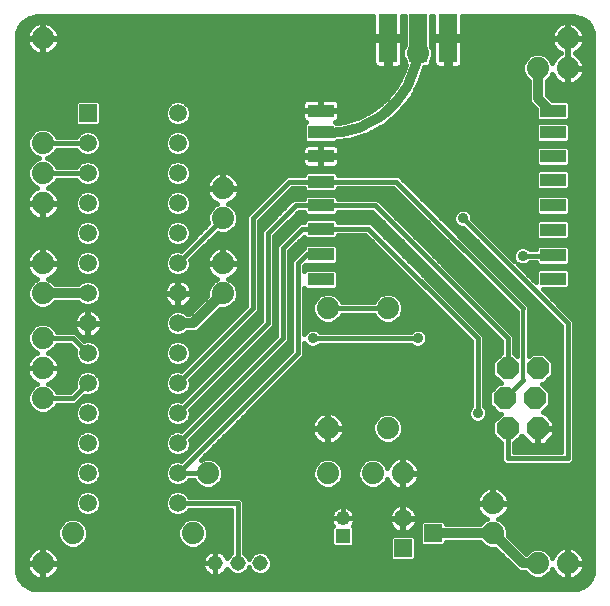
<source format=gtl>
G75*
G70*
%OFA0B0*%
%FSLAX24Y24*%
%IPPOS*%
%LPD*%
%AMOC8*
5,1,8,0,0,1.08239X$1,22.5*
%
%ADD10R,0.0860X0.0420*%
%ADD11C,0.0515*%
%ADD12OC8,0.0740*%
%ADD13R,0.0600X0.1600*%
%ADD14C,0.0740*%
%ADD15R,0.0590X0.0590*%
%ADD16C,0.0590*%
%ADD17R,0.0480X0.0480*%
%ADD18C,0.0480*%
%ADD19C,0.0320*%
%ADD20C,0.0160*%
%ADD21C,0.0120*%
%ADD22C,0.0356*%
D10*
X010943Y011643D03*
X010943Y012481D03*
X010943Y013331D03*
X010943Y014118D03*
X010943Y014905D03*
X010943Y015755D03*
X010943Y016543D03*
X010943Y017268D03*
X018680Y017268D03*
X018680Y016543D03*
X018680Y015755D03*
X018680Y014968D03*
X018680Y014118D03*
X018680Y013293D03*
X018680Y012456D03*
X018680Y011668D03*
D11*
X008930Y002180D03*
X008180Y002180D03*
X007430Y002180D03*
D12*
X017080Y007680D03*
X017180Y006680D03*
X018080Y007680D03*
X018180Y006680D03*
X018180Y008680D03*
X017180Y008680D03*
D13*
X015180Y019680D03*
X014180Y019680D03*
X013180Y019680D03*
D14*
X014180Y019180D03*
X018180Y018680D03*
X019180Y018680D03*
X019180Y019680D03*
X013180Y010680D03*
X011180Y010680D03*
X007680Y011180D03*
X007680Y012180D03*
X007680Y013680D03*
X007680Y014680D03*
X001680Y014180D03*
X001680Y015180D03*
X001680Y016180D03*
X001680Y019680D03*
X001680Y012180D03*
X001680Y011180D03*
X001680Y009680D03*
X001680Y008680D03*
X001680Y007680D03*
X002680Y003180D03*
X001680Y002180D03*
X006680Y003180D03*
X007180Y005180D03*
X011180Y005180D03*
X011180Y006680D03*
X012680Y005180D03*
X013680Y005180D03*
X013180Y006680D03*
X016680Y004180D03*
X016680Y003180D03*
X018180Y002180D03*
X019180Y002180D03*
D15*
X014680Y003180D03*
X013680Y002680D03*
X003180Y017180D03*
D16*
X003180Y016180D03*
X003180Y015180D03*
X003180Y014180D03*
X003180Y013180D03*
X003180Y012180D03*
X003180Y011180D03*
X003180Y010180D03*
X003180Y009180D03*
X003180Y008180D03*
X003180Y007180D03*
X003180Y006180D03*
X003180Y005180D03*
X003180Y004180D03*
X006180Y004180D03*
X006180Y005180D03*
X006180Y006180D03*
X006180Y007180D03*
X006180Y008180D03*
X006180Y009180D03*
X006180Y010180D03*
X006180Y011180D03*
X006180Y012180D03*
X006180Y013180D03*
X006180Y014180D03*
X006180Y015180D03*
X006180Y016180D03*
X006180Y017180D03*
X013680Y003680D03*
D17*
X011680Y003090D03*
D18*
X011680Y003680D03*
D19*
X014680Y003180D02*
X016680Y003180D01*
X017680Y002180D01*
X018180Y002180D01*
X007680Y011180D02*
X006680Y010180D01*
X006180Y010180D01*
X003180Y011180D02*
X001680Y011180D01*
X010943Y016542D02*
X011085Y016534D01*
X011228Y016532D01*
X011371Y016537D01*
X011513Y016549D01*
X011654Y016568D01*
X011795Y016593D01*
X011934Y016625D01*
X012071Y016663D01*
X012206Y016708D01*
X012339Y016760D01*
X012470Y016818D01*
X012597Y016881D01*
X012722Y016951D01*
X012843Y017027D01*
X012960Y017108D01*
X013073Y017195D01*
X013182Y017287D01*
X013286Y017384D01*
X013386Y017486D01*
X013481Y017593D01*
X013570Y017704D01*
X013654Y017819D01*
X013733Y017938D01*
X013806Y018061D01*
X013873Y018187D01*
X013934Y018316D01*
X013988Y018448D01*
X014036Y018582D01*
X014078Y018718D01*
X014114Y018857D01*
X014142Y018996D01*
X014164Y019137D01*
X014180Y019279D01*
X014180Y019180D01*
X018180Y018680D02*
X018180Y017680D01*
X018592Y017268D01*
X018680Y017268D01*
D20*
X001173Y001391D02*
X001010Y001510D01*
X000891Y001673D01*
X000828Y001866D01*
X000820Y001967D01*
X000820Y019763D01*
X000828Y019864D01*
X000891Y020057D01*
X001010Y020220D01*
X001173Y020340D01*
X001366Y020402D01*
X001467Y020410D01*
X012700Y020410D01*
X012700Y019750D01*
X013110Y019750D01*
X013110Y019610D01*
X013250Y019610D01*
X013250Y019750D01*
X013660Y019750D01*
X013660Y020410D01*
X013740Y020410D01*
X013740Y019450D01*
X013670Y019281D01*
X013670Y019079D01*
X013740Y018910D01*
X013740Y018822D01*
X013773Y018789D01*
X013700Y018534D01*
X013458Y018064D01*
X013128Y017650D01*
X012724Y017309D01*
X012262Y017053D01*
X011758Y016892D01*
X011465Y016859D01*
X011436Y016888D01*
X011443Y016890D01*
X011484Y016914D01*
X011517Y016947D01*
X011541Y016988D01*
X011553Y017034D01*
X011553Y017243D01*
X010968Y017243D01*
X010968Y017293D01*
X010918Y017293D01*
X010918Y017658D01*
X010490Y017658D01*
X010444Y017645D01*
X010403Y017622D01*
X010369Y017588D01*
X010346Y017547D01*
X010333Y017501D01*
X010333Y017293D01*
X010918Y017293D01*
X010918Y017243D01*
X010333Y017243D01*
X010333Y017034D01*
X010346Y016988D01*
X010369Y016947D01*
X010403Y016914D01*
X010444Y016890D01*
X010451Y016888D01*
X010373Y016811D01*
X010373Y016275D01*
X010455Y016193D01*
X011431Y016193D01*
X011483Y016244D01*
X011887Y016290D01*
X012506Y016487D01*
X013074Y016802D01*
X013074Y016802D01*
X013570Y017221D01*
X013570Y017221D01*
X013975Y017729D01*
X013975Y017729D01*
X014272Y018307D01*
X014390Y018715D01*
X014450Y018740D01*
X014538Y018740D01*
X014620Y018822D01*
X014620Y018910D01*
X014690Y019079D01*
X014690Y019281D01*
X014620Y019450D01*
X014620Y020410D01*
X014700Y020410D01*
X014700Y019750D01*
X015110Y019750D01*
X015110Y019610D01*
X015250Y019610D01*
X015250Y019750D01*
X015660Y019750D01*
X015660Y020410D01*
X019385Y020410D01*
X019486Y020402D01*
X019679Y020340D01*
X019843Y020220D01*
X019962Y020057D01*
X020024Y019864D01*
X020032Y019763D01*
X020032Y001967D01*
X020024Y001866D01*
X019962Y001673D01*
X019843Y001510D01*
X019679Y001391D01*
X019486Y001328D01*
X019385Y001320D01*
X001467Y001320D01*
X001366Y001328D01*
X001173Y001391D01*
X001334Y001339D02*
X019518Y001339D01*
X019825Y001497D02*
X001027Y001497D01*
X000904Y001656D02*
X001514Y001656D01*
X001551Y001644D02*
X001637Y001630D01*
X001660Y001630D01*
X001660Y002160D01*
X001130Y002160D01*
X001130Y002137D01*
X001144Y002051D01*
X001170Y001969D01*
X001210Y001892D01*
X001260Y001822D01*
X001322Y001760D01*
X001392Y001710D01*
X001469Y001670D01*
X001551Y001644D01*
X001660Y001656D02*
X001700Y001656D01*
X001700Y001630D02*
X001723Y001630D01*
X001809Y001644D01*
X001891Y001670D01*
X001968Y001710D01*
X002038Y001760D01*
X002100Y001822D01*
X002150Y001892D01*
X002190Y001969D01*
X002216Y002051D01*
X002230Y002137D01*
X002230Y002160D01*
X001700Y002160D01*
X001700Y002200D01*
X001660Y002200D01*
X001660Y002730D01*
X001637Y002730D01*
X001551Y002716D01*
X001469Y002690D01*
X001392Y002650D01*
X001322Y002600D01*
X001260Y002538D01*
X001210Y002468D01*
X001170Y002391D01*
X001144Y002309D01*
X001130Y002223D01*
X001130Y002200D01*
X001660Y002200D01*
X001660Y002160D01*
X001700Y002160D01*
X001700Y001630D01*
X001846Y001656D02*
X019014Y001656D01*
X019051Y001644D02*
X019137Y001630D01*
X019160Y001630D01*
X019160Y002160D01*
X019200Y002160D01*
X019200Y002200D01*
X019160Y002200D01*
X019160Y002730D01*
X019137Y002730D01*
X019051Y002716D01*
X018969Y002690D01*
X018892Y002650D01*
X018822Y002600D01*
X018760Y002538D01*
X018710Y002468D01*
X018670Y002391D01*
X018659Y002356D01*
X018612Y002469D01*
X018469Y002612D01*
X018281Y002690D01*
X018079Y002690D01*
X017891Y002612D01*
X017782Y002503D01*
X017190Y003094D01*
X017190Y003281D01*
X017112Y003469D01*
X016969Y003612D01*
X016856Y003659D01*
X016891Y003670D01*
X016968Y003710D01*
X017038Y003760D01*
X017100Y003822D01*
X017150Y003892D01*
X017190Y003969D01*
X017216Y004051D01*
X017230Y004137D01*
X017230Y004160D01*
X016700Y004160D01*
X016700Y004200D01*
X016660Y004200D01*
X016660Y004730D01*
X016637Y004730D01*
X016551Y004716D01*
X016469Y004690D01*
X016392Y004650D01*
X016322Y004600D01*
X016260Y004538D01*
X016210Y004468D01*
X016170Y004391D01*
X016144Y004309D01*
X016130Y004223D01*
X016130Y004200D01*
X016660Y004200D01*
X016660Y004160D01*
X016130Y004160D01*
X016130Y004137D01*
X016144Y004051D01*
X016170Y003969D01*
X016210Y003892D01*
X016260Y003822D01*
X016322Y003760D01*
X016392Y003710D01*
X016469Y003670D01*
X016504Y003659D01*
X016391Y003612D01*
X016259Y003480D01*
X015115Y003480D01*
X015115Y003533D01*
X015033Y003615D01*
X014327Y003615D01*
X014245Y003533D01*
X014245Y002827D01*
X014327Y002745D01*
X015033Y002745D01*
X015115Y002827D01*
X015115Y002880D01*
X016259Y002880D01*
X016391Y002748D01*
X016579Y002670D01*
X016766Y002670D01*
X017510Y001926D01*
X017620Y001880D01*
X017759Y001880D01*
X017891Y001748D01*
X018079Y001670D01*
X018281Y001670D01*
X018469Y001748D01*
X018612Y001891D01*
X018659Y002004D01*
X018670Y001969D01*
X018710Y001892D01*
X018760Y001822D01*
X018822Y001760D01*
X018892Y001710D01*
X018969Y001670D01*
X019051Y001644D01*
X019160Y001656D02*
X019200Y001656D01*
X019200Y001630D02*
X019223Y001630D01*
X019309Y001644D01*
X019391Y001670D01*
X019468Y001710D01*
X019538Y001760D01*
X019600Y001822D01*
X019650Y001892D01*
X019690Y001969D01*
X019716Y002051D01*
X019730Y002137D01*
X019730Y002160D01*
X019200Y002160D01*
X019200Y001630D01*
X019346Y001656D02*
X019948Y001656D01*
X020007Y001814D02*
X019592Y001814D01*
X019691Y001973D02*
X020032Y001973D01*
X020032Y002131D02*
X019729Y002131D01*
X019730Y002200D02*
X019730Y002223D01*
X019716Y002309D01*
X019690Y002391D01*
X019650Y002468D01*
X019600Y002538D01*
X019538Y002600D01*
X019468Y002650D01*
X019391Y002690D01*
X019309Y002716D01*
X019223Y002730D01*
X019200Y002730D01*
X019200Y002200D01*
X019730Y002200D01*
X019720Y002290D02*
X020032Y002290D01*
X020032Y002448D02*
X019661Y002448D01*
X019529Y002607D02*
X020032Y002607D01*
X020032Y002765D02*
X017519Y002765D01*
X017361Y002924D02*
X020032Y002924D01*
X020032Y003082D02*
X017202Y003082D01*
X017190Y003241D02*
X020032Y003241D01*
X020032Y003399D02*
X017141Y003399D01*
X017024Y003558D02*
X020032Y003558D01*
X020032Y003716D02*
X016977Y003716D01*
X017138Y003875D02*
X020032Y003875D01*
X020032Y004033D02*
X017211Y004033D01*
X017230Y004200D02*
X017230Y004223D01*
X017216Y004309D01*
X017190Y004391D01*
X017150Y004468D01*
X017100Y004538D01*
X017038Y004600D01*
X016968Y004650D01*
X016891Y004690D01*
X016809Y004716D01*
X016723Y004730D01*
X016700Y004730D01*
X016700Y004200D01*
X017230Y004200D01*
X017203Y004350D02*
X020032Y004350D01*
X020032Y004192D02*
X016700Y004192D01*
X016660Y004192D02*
X008400Y004192D01*
X008400Y004271D02*
X008271Y004400D01*
X006560Y004400D01*
X006549Y004426D01*
X006426Y004549D01*
X006267Y004615D01*
X006093Y004615D01*
X005934Y004549D01*
X005811Y004426D01*
X005745Y004267D01*
X005745Y004093D01*
X005811Y003934D01*
X005934Y003811D01*
X006093Y003745D01*
X006267Y003745D01*
X006426Y003811D01*
X006549Y003934D01*
X006560Y003960D01*
X007960Y003960D01*
X007960Y002519D01*
X007955Y002517D01*
X007843Y002405D01*
X007827Y002365D01*
X007804Y002409D01*
X007764Y002465D01*
X007715Y002514D01*
X007659Y002554D01*
X007598Y002585D01*
X007532Y002607D01*
X007464Y002617D01*
X007430Y002617D01*
X007396Y002617D01*
X007328Y002607D01*
X007262Y002585D01*
X007201Y002554D01*
X007145Y002514D01*
X007096Y002465D01*
X007056Y002409D01*
X007025Y002348D01*
X007003Y002282D01*
X006993Y002214D01*
X006993Y002180D01*
X006993Y002146D01*
X007003Y002078D01*
X007025Y002012D01*
X007056Y001951D01*
X007096Y001895D01*
X007145Y001846D01*
X007201Y001806D01*
X007262Y001775D01*
X007328Y001753D01*
X007396Y001743D01*
X007430Y001743D01*
X007464Y001743D01*
X007532Y001753D01*
X007598Y001775D01*
X007659Y001806D01*
X007715Y001846D01*
X007764Y001895D01*
X007804Y001951D01*
X007827Y001995D01*
X007843Y001955D01*
X007955Y001843D01*
X008101Y001783D01*
X008259Y001783D01*
X008405Y001843D01*
X008517Y001955D01*
X008555Y002047D01*
X008593Y001955D01*
X008705Y001843D01*
X008851Y001783D01*
X009009Y001783D01*
X009155Y001843D01*
X009267Y001955D01*
X009327Y002101D01*
X009327Y002259D01*
X009267Y002405D01*
X009155Y002517D01*
X009009Y002577D01*
X008851Y002577D01*
X008705Y002517D01*
X008593Y002405D01*
X008555Y002313D01*
X008517Y002405D01*
X008405Y002517D01*
X008400Y002519D01*
X008400Y004271D01*
X008321Y004350D02*
X016157Y004350D01*
X016239Y004509D02*
X006467Y004509D01*
X006426Y004811D02*
X006267Y004745D01*
X006093Y004745D01*
X005934Y004811D01*
X005811Y004934D01*
X005745Y005093D01*
X005745Y005267D01*
X005811Y005426D01*
X005934Y005549D01*
X006093Y005615D01*
X006267Y005615D01*
X006293Y005604D01*
X009960Y009271D01*
X009960Y012271D01*
X010261Y012572D01*
X010373Y012684D01*
X010373Y012749D01*
X010455Y012831D01*
X011431Y012831D01*
X011513Y012749D01*
X011513Y012213D01*
X011431Y012131D01*
X010455Y012131D01*
X010449Y012137D01*
X010400Y012089D01*
X010400Y011938D01*
X010455Y011993D01*
X011431Y011993D01*
X011513Y011911D01*
X011513Y011375D01*
X011431Y011293D01*
X010455Y011293D01*
X010400Y011348D01*
X010400Y009835D01*
X010410Y009860D01*
X010500Y009950D01*
X010617Y009998D01*
X010743Y009998D01*
X010860Y009950D01*
X010910Y009900D01*
X013950Y009900D01*
X014000Y009950D01*
X014117Y009998D01*
X014243Y009998D01*
X014360Y009950D01*
X014450Y009860D01*
X014498Y009743D01*
X014498Y009617D01*
X014450Y009500D01*
X014360Y009410D01*
X014243Y009362D01*
X014117Y009362D01*
X014000Y009410D01*
X013950Y009460D01*
X010910Y009460D01*
X010860Y009410D01*
X010743Y009362D01*
X010617Y009362D01*
X010500Y009410D01*
X010410Y009500D01*
X010400Y009525D01*
X010400Y009089D01*
X010271Y008960D01*
X006946Y005635D01*
X007079Y005690D01*
X007281Y005690D01*
X007469Y005612D01*
X007612Y005469D01*
X007690Y005281D01*
X007690Y005079D01*
X007612Y004891D01*
X007469Y004748D01*
X007281Y004670D01*
X007079Y004670D01*
X006891Y004748D01*
X006748Y004891D01*
X006719Y004960D01*
X006560Y004960D01*
X006549Y004934D01*
X006426Y004811D01*
X006441Y004826D02*
X006813Y004826D01*
X007180Y005180D02*
X006180Y005180D01*
X010180Y009180D01*
X010180Y012180D01*
X010481Y012481D01*
X010943Y012481D01*
X011513Y012434D02*
X013115Y012434D01*
X012957Y012592D02*
X011513Y012592D01*
X011511Y012751D02*
X012798Y012751D01*
X012640Y012909D02*
X010220Y012909D01*
X010374Y013062D02*
X010455Y012981D01*
X011431Y012981D01*
X011513Y013063D01*
X011513Y013111D01*
X012438Y013111D01*
X015960Y009589D01*
X015960Y007410D01*
X015910Y007360D01*
X015862Y007243D01*
X015862Y007117D01*
X015910Y007000D01*
X016000Y006910D01*
X016117Y006862D01*
X016243Y006862D01*
X016360Y006910D01*
X016450Y007000D01*
X016498Y007117D01*
X016498Y007243D01*
X016450Y007360D01*
X016400Y007410D01*
X016400Y009771D01*
X012749Y013422D01*
X012621Y013551D01*
X011513Y013551D01*
X011513Y013599D01*
X011431Y013681D01*
X010455Y013681D01*
X010373Y013599D01*
X010373Y013551D01*
X010239Y013551D01*
X010111Y013422D01*
X009460Y012771D01*
X009460Y009771D01*
X006293Y006604D01*
X006267Y006615D01*
X006093Y006615D01*
X005934Y006549D01*
X005811Y006426D01*
X005745Y006267D01*
X005745Y006093D01*
X005811Y005934D01*
X005934Y005811D01*
X006093Y005745D01*
X006267Y005745D01*
X006426Y005811D01*
X006549Y005934D01*
X006615Y006093D01*
X006615Y006267D01*
X006604Y006293D01*
X009771Y009460D01*
X009900Y009589D01*
X009900Y012589D01*
X010374Y013062D01*
X010331Y013331D02*
X010943Y013331D01*
X012529Y013331D01*
X016180Y009680D01*
X016180Y007180D01*
X016058Y006886D02*
X013647Y006886D01*
X013612Y006969D02*
X013469Y007112D01*
X013281Y007190D01*
X013079Y007190D01*
X012891Y007112D01*
X012748Y006969D01*
X012670Y006781D01*
X012670Y006579D01*
X012748Y006391D01*
X012891Y006248D01*
X013079Y006170D01*
X013281Y006170D01*
X013469Y006248D01*
X013612Y006391D01*
X013690Y006579D01*
X013690Y006781D01*
X013612Y006969D01*
X013537Y007045D02*
X015892Y007045D01*
X015862Y007203D02*
X011350Y007203D01*
X011391Y007190D02*
X011309Y007216D01*
X011223Y007230D01*
X011189Y007230D01*
X011189Y006689D01*
X011171Y006689D01*
X011171Y007230D01*
X011137Y007230D01*
X011051Y007216D01*
X010969Y007190D01*
X010892Y007150D01*
X010822Y007100D01*
X010760Y007038D01*
X010710Y006968D01*
X010670Y006891D01*
X010644Y006809D01*
X010630Y006723D01*
X010630Y006689D01*
X011171Y006689D01*
X011171Y006671D01*
X010630Y006671D01*
X010630Y006637D01*
X010644Y006551D01*
X010670Y006469D01*
X010710Y006392D01*
X010760Y006322D01*
X010822Y006260D01*
X010892Y006210D01*
X010969Y006170D01*
X011051Y006144D01*
X011137Y006130D01*
X011171Y006130D01*
X011171Y006671D01*
X011189Y006671D01*
X011189Y006689D01*
X011730Y006689D01*
X011730Y006723D01*
X011716Y006809D01*
X011690Y006891D01*
X011650Y006968D01*
X011600Y007038D01*
X011538Y007100D01*
X011468Y007150D01*
X011391Y007190D01*
X011189Y007203D02*
X011171Y007203D01*
X011171Y007045D02*
X011189Y007045D01*
X011189Y006886D02*
X011171Y006886D01*
X011171Y006728D02*
X011189Y006728D01*
X011189Y006671D02*
X011730Y006671D01*
X011730Y006637D01*
X011716Y006551D01*
X011690Y006469D01*
X011650Y006392D01*
X011600Y006322D01*
X011538Y006260D01*
X011468Y006210D01*
X011391Y006170D01*
X011309Y006144D01*
X011223Y006130D01*
X011189Y006130D01*
X011189Y006671D01*
X011189Y006569D02*
X011171Y006569D01*
X011171Y006411D02*
X011189Y006411D01*
X011189Y006252D02*
X011171Y006252D01*
X011527Y006252D02*
X012887Y006252D01*
X012740Y006411D02*
X011660Y006411D01*
X011719Y006569D02*
X012674Y006569D01*
X012670Y006728D02*
X011729Y006728D01*
X011691Y006886D02*
X012713Y006886D01*
X012823Y007045D02*
X011593Y007045D01*
X011010Y007203D02*
X008514Y007203D01*
X008356Y007045D02*
X010767Y007045D01*
X010669Y006886D02*
X008197Y006886D01*
X008039Y006728D02*
X010631Y006728D01*
X010641Y006569D02*
X007880Y006569D01*
X007722Y006411D02*
X010700Y006411D01*
X010833Y006252D02*
X007563Y006252D01*
X007405Y006094D02*
X016960Y006094D01*
X016960Y006179D02*
X016960Y005589D01*
X017089Y005460D01*
X019271Y005460D01*
X019400Y005589D01*
X019400Y010271D01*
X018353Y011318D01*
X019168Y011318D01*
X019250Y011400D01*
X019250Y011936D01*
X019168Y012018D01*
X018192Y012018D01*
X018110Y011936D01*
X018110Y011561D01*
X017519Y012153D01*
X017617Y012112D01*
X017743Y012112D01*
X017860Y012160D01*
X017910Y012210D01*
X018110Y012210D01*
X018110Y012188D01*
X018192Y012106D01*
X019168Y012106D01*
X019250Y012188D01*
X019250Y012724D01*
X019168Y012806D01*
X018192Y012806D01*
X018110Y012724D01*
X018110Y012650D01*
X017910Y012650D01*
X017860Y012700D01*
X017743Y012748D01*
X017617Y012748D01*
X017500Y012700D01*
X017410Y012610D01*
X017362Y012493D01*
X017362Y012367D01*
X017403Y012269D01*
X015998Y013673D01*
X015998Y013743D01*
X015950Y013860D01*
X018110Y013860D01*
X018110Y013850D02*
X018192Y013768D01*
X019168Y013768D01*
X019250Y013850D01*
X019250Y014386D01*
X019168Y014468D01*
X018192Y014468D01*
X018110Y014386D01*
X018110Y013850D01*
X018110Y014019D02*
X014653Y014019D01*
X014494Y014177D02*
X018110Y014177D01*
X018110Y014336D02*
X014336Y014336D01*
X014177Y014494D02*
X020032Y014494D01*
X020032Y014336D02*
X019250Y014336D01*
X019250Y014177D02*
X020032Y014177D01*
X020032Y014019D02*
X019250Y014019D01*
X019250Y013860D02*
X020032Y013860D01*
X020032Y013702D02*
X015998Y013702D01*
X015950Y013860D02*
X015860Y013950D01*
X015743Y013998D01*
X015617Y013998D01*
X015500Y013950D01*
X015410Y013860D01*
X014811Y013860D01*
X014970Y013702D02*
X015362Y013702D01*
X015362Y013743D02*
X015362Y013617D01*
X015410Y013500D01*
X015500Y013410D01*
X015617Y013362D01*
X015687Y013362D01*
X018960Y010089D01*
X018960Y005900D01*
X017400Y005900D01*
X017400Y006179D01*
X017652Y006430D01*
X017952Y006130D01*
X018160Y006130D01*
X018160Y006660D01*
X018200Y006660D01*
X018200Y006700D01*
X018730Y006700D01*
X018730Y006908D01*
X018408Y007230D01*
X018351Y007230D01*
X018590Y007469D01*
X018590Y007891D01*
X018311Y008170D01*
X018391Y008170D01*
X018690Y008469D01*
X018690Y008891D01*
X018391Y009190D01*
X017969Y009190D01*
X017880Y009101D01*
X017880Y010569D01*
X017900Y010589D01*
X017900Y010771D01*
X013546Y015125D01*
X011513Y015125D01*
X011513Y015173D01*
X011431Y015255D01*
X010455Y015255D01*
X010373Y015173D01*
X010373Y015125D01*
X009814Y015125D01*
X009685Y014997D01*
X008460Y013771D01*
X008460Y010771D01*
X006293Y008604D01*
X006267Y008615D01*
X006093Y008615D01*
X005934Y008549D01*
X005811Y008426D01*
X005745Y008267D01*
X005745Y008093D01*
X005811Y007934D01*
X005934Y007811D01*
X006093Y007745D01*
X006267Y007745D01*
X006426Y007811D01*
X006549Y007934D01*
X006615Y008093D01*
X006615Y008267D01*
X006604Y008293D01*
X008771Y010460D01*
X008900Y010589D01*
X008900Y013589D01*
X009997Y014685D01*
X010373Y014685D01*
X010373Y014637D01*
X010455Y014555D01*
X011431Y014555D01*
X011513Y014637D01*
X011513Y014685D01*
X013363Y014685D01*
X017480Y010569D01*
X017480Y009101D01*
X017400Y009181D01*
X017400Y009771D01*
X012962Y014209D01*
X012833Y014338D01*
X011513Y014338D01*
X011513Y014386D01*
X011431Y014468D01*
X010455Y014468D01*
X010373Y014386D01*
X010373Y014338D01*
X010027Y014338D01*
X009898Y014209D01*
X008960Y013271D01*
X008960Y010271D01*
X006293Y007604D01*
X006267Y007615D01*
X006093Y007615D01*
X005934Y007549D01*
X005811Y007426D01*
X005745Y007267D01*
X005745Y007093D01*
X005811Y006934D01*
X005934Y006811D01*
X006093Y006745D01*
X006267Y006745D01*
X006426Y006811D01*
X006549Y006934D01*
X006615Y007093D01*
X006615Y007267D01*
X006604Y007293D01*
X009271Y009960D01*
X009400Y010089D01*
X009400Y013089D01*
X010209Y013898D01*
X010373Y013898D01*
X010373Y013850D01*
X010455Y013768D01*
X011431Y013768D01*
X011513Y013850D01*
X011513Y013898D01*
X012651Y013898D01*
X016960Y009589D01*
X016960Y009181D01*
X016670Y008891D01*
X016670Y008469D01*
X016949Y008190D01*
X016869Y008190D01*
X016570Y007891D01*
X016570Y007469D01*
X016869Y007170D01*
X016949Y007170D01*
X016670Y006891D01*
X016670Y006469D01*
X016960Y006179D01*
X016887Y006252D02*
X013473Y006252D01*
X013620Y006411D02*
X016728Y006411D01*
X016670Y006569D02*
X013686Y006569D01*
X013690Y006728D02*
X016670Y006728D01*
X016670Y006886D02*
X016302Y006886D01*
X016468Y007045D02*
X016823Y007045D01*
X016836Y007203D02*
X016498Y007203D01*
X016448Y007362D02*
X016677Y007362D01*
X016570Y007520D02*
X016400Y007520D01*
X016400Y007679D02*
X016570Y007679D01*
X016570Y007837D02*
X016400Y007837D01*
X016400Y007996D02*
X016674Y007996D01*
X016833Y008154D02*
X016400Y008154D01*
X016400Y008313D02*
X016826Y008313D01*
X016670Y008471D02*
X016400Y008471D01*
X016400Y008630D02*
X016670Y008630D01*
X016670Y008788D02*
X016400Y008788D01*
X016400Y008947D02*
X016725Y008947D01*
X016884Y009105D02*
X016400Y009105D01*
X016400Y009264D02*
X016960Y009264D01*
X016960Y009422D02*
X016400Y009422D01*
X016400Y009581D02*
X016960Y009581D01*
X016810Y009739D02*
X016400Y009739D01*
X016274Y009898D02*
X016651Y009898D01*
X016493Y010056D02*
X016115Y010056D01*
X015957Y010215D02*
X016334Y010215D01*
X016176Y010373D02*
X015798Y010373D01*
X015640Y010532D02*
X016017Y010532D01*
X015859Y010690D02*
X015481Y010690D01*
X015323Y010849D02*
X015700Y010849D01*
X015542Y011007D02*
X015164Y011007D01*
X015006Y011166D02*
X015383Y011166D01*
X015225Y011324D02*
X014847Y011324D01*
X014689Y011483D02*
X015066Y011483D01*
X014908Y011641D02*
X014530Y011641D01*
X014372Y011800D02*
X014749Y011800D01*
X014591Y011958D02*
X014213Y011958D01*
X014055Y012117D02*
X014432Y012117D01*
X014274Y012275D02*
X013896Y012275D01*
X013738Y012434D02*
X014115Y012434D01*
X013957Y012592D02*
X013579Y012592D01*
X013421Y012751D02*
X013798Y012751D01*
X013640Y012909D02*
X013262Y012909D01*
X013104Y013068D02*
X013481Y013068D01*
X013323Y013226D02*
X012945Y013226D01*
X012787Y013385D02*
X013164Y013385D01*
X013006Y013543D02*
X012628Y013543D01*
X012847Y013702D02*
X010013Y013702D01*
X010171Y013860D02*
X010373Y013860D01*
X010232Y013543D02*
X009854Y013543D01*
X009696Y013385D02*
X010073Y013385D01*
X009915Y013226D02*
X009537Y013226D01*
X009400Y013068D02*
X009756Y013068D01*
X009598Y012909D02*
X009400Y012909D01*
X009400Y012751D02*
X009460Y012751D01*
X009460Y012592D02*
X009400Y012592D01*
X009400Y012434D02*
X009460Y012434D01*
X009460Y012275D02*
X009400Y012275D01*
X009400Y012117D02*
X009460Y012117D01*
X009460Y011958D02*
X009400Y011958D01*
X009400Y011800D02*
X009460Y011800D01*
X009460Y011641D02*
X009400Y011641D01*
X009400Y011483D02*
X009460Y011483D01*
X009460Y011324D02*
X009400Y011324D01*
X009400Y011166D02*
X009460Y011166D01*
X009460Y011007D02*
X009400Y011007D01*
X009400Y010849D02*
X009460Y010849D01*
X009460Y010690D02*
X009400Y010690D01*
X009400Y010532D02*
X009460Y010532D01*
X009460Y010373D02*
X009400Y010373D01*
X009400Y010215D02*
X009460Y010215D01*
X009460Y010056D02*
X009367Y010056D01*
X009460Y009898D02*
X009209Y009898D01*
X009050Y009739D02*
X009428Y009739D01*
X009269Y009581D02*
X008892Y009581D01*
X008733Y009422D02*
X009111Y009422D01*
X008952Y009264D02*
X008575Y009264D01*
X008416Y009105D02*
X008794Y009105D01*
X008635Y008947D02*
X008258Y008947D01*
X008099Y008788D02*
X008477Y008788D01*
X008318Y008630D02*
X007941Y008630D01*
X007782Y008471D02*
X008160Y008471D01*
X008001Y008313D02*
X007624Y008313D01*
X007465Y008154D02*
X007843Y008154D01*
X007684Y007996D02*
X007307Y007996D01*
X007148Y007837D02*
X007526Y007837D01*
X007367Y007679D02*
X006990Y007679D01*
X006831Y007520D02*
X007209Y007520D01*
X007050Y007362D02*
X006673Y007362D01*
X006615Y007203D02*
X006892Y007203D01*
X006733Y007045D02*
X006595Y007045D01*
X006575Y006886D02*
X006501Y006886D01*
X006416Y006728D02*
X000820Y006728D01*
X000820Y006886D02*
X002859Y006886D01*
X002811Y006934D02*
X002934Y006811D01*
X003093Y006745D01*
X003267Y006745D01*
X003426Y006811D01*
X003549Y006934D01*
X003615Y007093D01*
X003615Y007267D01*
X003549Y007426D01*
X003426Y007549D01*
X003267Y007615D01*
X003093Y007615D01*
X002934Y007549D01*
X002811Y007426D01*
X002745Y007267D01*
X002745Y007093D01*
X002811Y006934D01*
X002765Y007045D02*
X000820Y007045D01*
X000820Y007203D02*
X001499Y007203D01*
X001579Y007170D02*
X001781Y007170D01*
X001969Y007248D01*
X002112Y007391D01*
X002141Y007460D01*
X002771Y007460D01*
X002900Y007589D01*
X003067Y007756D01*
X003093Y007745D01*
X003267Y007745D01*
X003426Y007811D01*
X003549Y007934D01*
X003615Y008093D01*
X003615Y008267D01*
X003549Y008426D01*
X003426Y008549D01*
X003267Y008615D01*
X003093Y008615D01*
X002934Y008549D01*
X002811Y008426D01*
X002745Y008267D01*
X002745Y008093D01*
X002756Y008067D01*
X002589Y007900D01*
X002141Y007900D01*
X002112Y007969D01*
X001969Y008112D01*
X001856Y008159D01*
X001891Y008170D01*
X001968Y008210D01*
X002038Y008260D01*
X002100Y008322D01*
X002150Y008392D01*
X002190Y008469D01*
X002216Y008551D01*
X002230Y008637D01*
X002230Y008680D01*
X002230Y008723D01*
X002216Y008809D01*
X002190Y008891D01*
X002150Y008968D01*
X002100Y009038D01*
X002038Y009100D01*
X001968Y009150D01*
X001891Y009190D01*
X001856Y009201D01*
X001969Y009248D01*
X002112Y009391D01*
X002141Y009460D01*
X002589Y009460D01*
X002756Y009293D01*
X002745Y009267D01*
X002745Y009093D01*
X002811Y008934D01*
X002934Y008811D01*
X003093Y008745D01*
X003267Y008745D01*
X003426Y008811D01*
X003549Y008934D01*
X003615Y009093D01*
X003615Y009267D01*
X003549Y009426D01*
X003426Y009549D01*
X003267Y009615D01*
X003093Y009615D01*
X003067Y009604D01*
X002900Y009771D01*
X002771Y009900D01*
X002141Y009900D01*
X002112Y009969D01*
X001969Y010112D01*
X001781Y010190D01*
X001579Y010190D01*
X001391Y010112D01*
X001248Y009969D01*
X001170Y009781D01*
X001170Y009579D01*
X001248Y009391D01*
X001391Y009248D01*
X001504Y009201D01*
X001469Y009190D01*
X001392Y009150D01*
X001322Y009100D01*
X001260Y009038D01*
X001210Y008968D01*
X001170Y008891D01*
X001144Y008809D01*
X001130Y008723D01*
X001130Y008680D01*
X001680Y008680D01*
X002230Y008680D01*
X001680Y008680D01*
X001680Y008680D01*
X001680Y008680D01*
X001130Y008680D01*
X001130Y008637D01*
X001144Y008551D01*
X001170Y008469D01*
X001210Y008392D01*
X001260Y008322D01*
X001322Y008260D01*
X001392Y008210D01*
X001469Y008170D01*
X001504Y008159D01*
X001391Y008112D01*
X001248Y007969D01*
X001170Y007781D01*
X001170Y007579D01*
X001248Y007391D01*
X001391Y007248D01*
X001579Y007170D01*
X001861Y007203D02*
X002745Y007203D01*
X002784Y007362D02*
X002083Y007362D01*
X001680Y007680D02*
X002680Y007680D01*
X003180Y008180D01*
X002856Y008471D02*
X002190Y008471D01*
X002229Y008630D02*
X006318Y008630D01*
X006267Y008745D02*
X006426Y008811D01*
X006549Y008934D01*
X006615Y009093D01*
X006615Y009267D01*
X006549Y009426D01*
X006426Y009549D01*
X006267Y009615D01*
X006093Y009615D01*
X005934Y009549D01*
X005811Y009426D01*
X005745Y009267D01*
X005745Y009093D01*
X005811Y008934D01*
X005934Y008811D01*
X006093Y008745D01*
X006267Y008745D01*
X006370Y008788D02*
X006477Y008788D01*
X006554Y008947D02*
X006635Y008947D01*
X006615Y009105D02*
X006794Y009105D01*
X006952Y009264D02*
X006615Y009264D01*
X006551Y009422D02*
X007111Y009422D01*
X007269Y009581D02*
X006350Y009581D01*
X006267Y009745D02*
X006093Y009745D01*
X005934Y009811D01*
X005811Y009934D01*
X005745Y010093D01*
X005745Y010267D01*
X005811Y010426D01*
X005934Y010549D01*
X006093Y010615D01*
X006267Y010615D01*
X006426Y010549D01*
X006495Y010480D01*
X006556Y010480D01*
X007170Y011094D01*
X007170Y011281D01*
X007248Y011469D01*
X007391Y011612D01*
X007504Y011659D01*
X007469Y011670D01*
X007392Y011710D01*
X007322Y011760D01*
X007260Y011822D01*
X007210Y011892D01*
X007170Y011969D01*
X007144Y012051D01*
X007130Y012137D01*
X007130Y012160D01*
X007660Y012160D01*
X007660Y012200D01*
X007660Y012730D01*
X007637Y012730D01*
X007551Y012716D01*
X007469Y012690D01*
X007392Y012650D01*
X007322Y012600D01*
X007260Y012538D01*
X007210Y012468D01*
X007170Y012391D01*
X007144Y012309D01*
X007130Y012223D01*
X007130Y012200D01*
X007660Y012200D01*
X007700Y012200D01*
X007700Y012730D01*
X007723Y012730D01*
X007809Y012716D01*
X007891Y012690D01*
X007968Y012650D01*
X008038Y012600D01*
X008100Y012538D01*
X008150Y012468D01*
X008190Y012391D01*
X008216Y012309D01*
X008230Y012223D01*
X008230Y012200D01*
X007700Y012200D01*
X007700Y012160D01*
X008230Y012160D01*
X008230Y012137D01*
X008216Y012051D01*
X008190Y011969D01*
X008150Y011892D01*
X008100Y011822D01*
X008038Y011760D01*
X007968Y011710D01*
X007891Y011670D01*
X007856Y011659D01*
X007969Y011612D01*
X008112Y011469D01*
X008190Y011281D01*
X008190Y011079D01*
X008112Y010891D01*
X007969Y010748D01*
X007781Y010670D01*
X007594Y010670D01*
X006850Y009926D01*
X006740Y009880D01*
X006495Y009880D01*
X006426Y009811D01*
X006267Y009745D01*
X006010Y009581D02*
X003350Y009581D01*
X003291Y009717D02*
X003362Y009740D01*
X003429Y009774D01*
X003489Y009818D01*
X003542Y009871D01*
X003586Y009931D01*
X003620Y009998D01*
X003643Y010069D01*
X003655Y010143D01*
X003655Y010162D01*
X003198Y010162D01*
X003198Y010198D01*
X003655Y010198D01*
X003655Y010217D01*
X003643Y010291D01*
X003620Y010362D01*
X003586Y010429D01*
X003542Y010489D01*
X003489Y010542D01*
X003429Y010586D01*
X003362Y010620D01*
X003291Y010643D01*
X003217Y010655D01*
X003198Y010655D01*
X003198Y010198D01*
X003162Y010198D01*
X003162Y010655D01*
X003143Y010655D01*
X003069Y010643D01*
X002998Y010620D01*
X002931Y010586D01*
X002871Y010542D01*
X002818Y010489D01*
X002774Y010429D01*
X002740Y010362D01*
X002717Y010291D01*
X002705Y010217D01*
X002705Y010198D01*
X003162Y010198D01*
X003162Y010162D01*
X003198Y010162D01*
X003198Y009705D01*
X003217Y009705D01*
X003291Y009717D01*
X003360Y009739D02*
X007428Y009739D01*
X007586Y009898D02*
X006782Y009898D01*
X006980Y010056D02*
X007745Y010056D01*
X007903Y010215D02*
X007139Y010215D01*
X007297Y010373D02*
X008062Y010373D01*
X008220Y010532D02*
X007456Y010532D01*
X007830Y010690D02*
X008379Y010690D01*
X008460Y010849D02*
X008070Y010849D01*
X008160Y011007D02*
X008460Y011007D01*
X008460Y011166D02*
X008190Y011166D01*
X008172Y011324D02*
X008460Y011324D01*
X008460Y011483D02*
X008099Y011483D01*
X007900Y011641D02*
X008460Y011641D01*
X008460Y011800D02*
X008077Y011800D01*
X008184Y011958D02*
X008460Y011958D01*
X008460Y012117D02*
X008227Y012117D01*
X008222Y012275D02*
X008460Y012275D01*
X008460Y012434D02*
X008168Y012434D01*
X008046Y012592D02*
X008460Y012592D01*
X008460Y012751D02*
X007062Y012751D01*
X007220Y012909D02*
X008460Y012909D01*
X008460Y013068D02*
X007379Y013068D01*
X007510Y013199D02*
X007579Y013170D01*
X007781Y013170D01*
X007969Y013248D01*
X008112Y013391D01*
X008190Y013579D01*
X008190Y013781D01*
X008112Y013969D01*
X007969Y014112D01*
X007856Y014159D01*
X007891Y014170D01*
X007968Y014210D01*
X008038Y014260D01*
X008100Y014322D01*
X008150Y014392D01*
X008190Y014469D01*
X008216Y014551D01*
X008230Y014637D01*
X008230Y014660D01*
X007700Y014660D01*
X007700Y014700D01*
X007660Y014700D01*
X007660Y015230D01*
X007637Y015230D01*
X007551Y015216D01*
X007469Y015190D01*
X007392Y015150D01*
X007322Y015100D01*
X007260Y015038D01*
X007210Y014968D01*
X007170Y014891D01*
X007144Y014809D01*
X007130Y014723D01*
X007130Y014700D01*
X007660Y014700D01*
X007660Y014660D01*
X007130Y014660D01*
X007130Y014637D01*
X007144Y014551D01*
X007170Y014469D01*
X007210Y014392D01*
X007260Y014322D01*
X007322Y014260D01*
X007392Y014210D01*
X007469Y014170D01*
X007504Y014159D01*
X007391Y014112D01*
X007248Y013969D01*
X007170Y013781D01*
X007170Y013579D01*
X007199Y013510D01*
X006293Y012604D01*
X006267Y012615D01*
X006093Y012615D01*
X005934Y012549D01*
X005811Y012426D01*
X005745Y012267D01*
X005745Y012093D01*
X005811Y011934D01*
X005934Y011811D01*
X006093Y011745D01*
X006267Y011745D01*
X006426Y011811D01*
X006549Y011934D01*
X006615Y012093D01*
X006615Y012267D01*
X006604Y012293D01*
X007510Y013199D01*
X007917Y013226D02*
X008460Y013226D01*
X008460Y013385D02*
X008106Y013385D01*
X008175Y013543D02*
X008460Y013543D01*
X008460Y013702D02*
X008190Y013702D01*
X008157Y013860D02*
X008549Y013860D01*
X008680Y013680D02*
X009905Y014905D01*
X010943Y014905D01*
X013455Y014905D01*
X017680Y010680D01*
X017900Y010690D02*
X018359Y010690D01*
X018517Y010532D02*
X017880Y010532D01*
X017880Y010373D02*
X018676Y010373D01*
X018834Y010215D02*
X017880Y010215D01*
X017880Y010056D02*
X018960Y010056D01*
X018960Y009898D02*
X017880Y009898D01*
X017880Y009739D02*
X018960Y009739D01*
X018960Y009581D02*
X017880Y009581D01*
X017880Y009422D02*
X018960Y009422D01*
X018960Y009264D02*
X017880Y009264D01*
X017880Y009105D02*
X017884Y009105D01*
X017480Y009105D02*
X017476Y009105D01*
X017480Y009264D02*
X017400Y009264D01*
X017400Y009422D02*
X017480Y009422D01*
X017480Y009581D02*
X017400Y009581D01*
X017400Y009739D02*
X017480Y009739D01*
X017480Y009898D02*
X017274Y009898D01*
X017115Y010056D02*
X017480Y010056D01*
X017480Y010215D02*
X016957Y010215D01*
X016798Y010373D02*
X017480Y010373D01*
X017480Y010532D02*
X016640Y010532D01*
X016481Y010690D02*
X017359Y010690D01*
X017200Y010849D02*
X016323Y010849D01*
X016164Y011007D02*
X017042Y011007D01*
X016883Y011166D02*
X016006Y011166D01*
X015847Y011324D02*
X016725Y011324D01*
X016566Y011483D02*
X015689Y011483D01*
X015530Y011641D02*
X016408Y011641D01*
X016249Y011800D02*
X015372Y011800D01*
X015213Y011958D02*
X016091Y011958D01*
X015932Y012117D02*
X015055Y012117D01*
X014896Y012275D02*
X015774Y012275D01*
X015615Y012434D02*
X014738Y012434D01*
X014579Y012592D02*
X015457Y012592D01*
X015298Y012751D02*
X014421Y012751D01*
X014262Y012909D02*
X015140Y012909D01*
X014981Y013068D02*
X014104Y013068D01*
X013945Y013226D02*
X014823Y013226D01*
X014664Y013385D02*
X013787Y013385D01*
X013628Y013543D02*
X014506Y013543D01*
X014347Y013702D02*
X013470Y013702D01*
X013311Y013860D02*
X014189Y013860D01*
X014030Y014019D02*
X013153Y014019D01*
X012994Y014177D02*
X013872Y014177D01*
X013713Y014336D02*
X012836Y014336D01*
X012742Y014118D02*
X010943Y014118D01*
X010118Y014118D01*
X009180Y013180D01*
X009180Y010180D01*
X006180Y007180D01*
X005784Y007362D02*
X003576Y007362D01*
X003615Y007203D02*
X005745Y007203D01*
X005765Y007045D02*
X003595Y007045D01*
X003501Y006886D02*
X005859Y006886D01*
X005982Y006569D02*
X003378Y006569D01*
X003426Y006549D02*
X003267Y006615D01*
X003093Y006615D01*
X002934Y006549D01*
X002811Y006426D01*
X002745Y006267D01*
X002745Y006093D01*
X002811Y005934D01*
X002934Y005811D01*
X003093Y005745D01*
X003267Y005745D01*
X003426Y005811D01*
X003549Y005934D01*
X003615Y006093D01*
X003615Y006267D01*
X003549Y006426D01*
X003426Y006549D01*
X003555Y006411D02*
X005805Y006411D01*
X005745Y006252D02*
X003615Y006252D01*
X003615Y006094D02*
X005745Y006094D01*
X005811Y005935D02*
X003549Y005935D01*
X003343Y005777D02*
X006017Y005777D01*
X006343Y005777D02*
X006465Y005777D01*
X006549Y005935D02*
X006624Y005935D01*
X006615Y006094D02*
X006782Y006094D01*
X006941Y006252D02*
X006615Y006252D01*
X006722Y006411D02*
X007099Y006411D01*
X007258Y006569D02*
X006880Y006569D01*
X007039Y006728D02*
X007416Y006728D01*
X007575Y006886D02*
X007197Y006886D01*
X007356Y007045D02*
X007733Y007045D01*
X007892Y007203D02*
X007514Y007203D01*
X007673Y007362D02*
X008050Y007362D01*
X008209Y007520D02*
X007831Y007520D01*
X007990Y007679D02*
X008367Y007679D01*
X008526Y007837D02*
X008148Y007837D01*
X008307Y007996D02*
X008684Y007996D01*
X008843Y008154D02*
X008465Y008154D01*
X008624Y008313D02*
X009001Y008313D01*
X009160Y008471D02*
X008782Y008471D01*
X008941Y008630D02*
X009318Y008630D01*
X009477Y008788D02*
X009099Y008788D01*
X009258Y008947D02*
X009635Y008947D01*
X009794Y009105D02*
X009416Y009105D01*
X009575Y009264D02*
X009952Y009264D01*
X009960Y009422D02*
X009733Y009422D01*
X009892Y009581D02*
X009960Y009581D01*
X009960Y009739D02*
X009900Y009739D01*
X009900Y009898D02*
X009960Y009898D01*
X009960Y010056D02*
X009900Y010056D01*
X009900Y010215D02*
X009960Y010215D01*
X009960Y010373D02*
X009900Y010373D01*
X009900Y010532D02*
X009960Y010532D01*
X009960Y010690D02*
X009900Y010690D01*
X009900Y010849D02*
X009960Y010849D01*
X009960Y011007D02*
X009900Y011007D01*
X009900Y011166D02*
X009960Y011166D01*
X009960Y011324D02*
X009900Y011324D01*
X009900Y011483D02*
X009960Y011483D01*
X009960Y011641D02*
X009900Y011641D01*
X009900Y011800D02*
X009960Y011800D01*
X009960Y011958D02*
X009900Y011958D01*
X009900Y012117D02*
X009960Y012117D01*
X009964Y012275D02*
X009900Y012275D01*
X009900Y012434D02*
X010122Y012434D01*
X010281Y012592D02*
X009903Y012592D01*
X010062Y012751D02*
X010375Y012751D01*
X010331Y013331D02*
X009680Y012680D01*
X009680Y009680D01*
X006180Y006180D01*
X006307Y005618D02*
X000820Y005618D01*
X000820Y005460D02*
X002844Y005460D01*
X002811Y005426D02*
X002745Y005267D01*
X002745Y005093D01*
X002811Y004934D01*
X002934Y004811D01*
X003093Y004745D01*
X003267Y004745D01*
X003426Y004811D01*
X003549Y004934D01*
X003615Y005093D01*
X003615Y005267D01*
X003549Y005426D01*
X003426Y005549D01*
X003267Y005615D01*
X003093Y005615D01*
X002934Y005549D01*
X002811Y005426D01*
X002759Y005301D02*
X000820Y005301D01*
X000820Y005143D02*
X002745Y005143D01*
X002790Y004984D02*
X000820Y004984D01*
X000820Y004826D02*
X002919Y004826D01*
X003093Y004615D02*
X002934Y004549D01*
X002811Y004426D01*
X002745Y004267D01*
X002745Y004093D01*
X002811Y003934D01*
X002934Y003811D01*
X003093Y003745D01*
X003267Y003745D01*
X003426Y003811D01*
X003549Y003934D01*
X003615Y004093D01*
X003615Y004267D01*
X003549Y004426D01*
X003426Y004549D01*
X003267Y004615D01*
X003093Y004615D01*
X002893Y004509D02*
X000820Y004509D01*
X000820Y004667D02*
X013479Y004667D01*
X013469Y004670D02*
X013551Y004644D01*
X013637Y004630D01*
X013660Y004630D01*
X013660Y005160D01*
X013700Y005160D01*
X013700Y005200D01*
X013660Y005200D01*
X013660Y005730D01*
X013637Y005730D01*
X013551Y005716D01*
X013469Y005690D01*
X013392Y005650D01*
X013322Y005600D01*
X013260Y005538D01*
X013210Y005468D01*
X013170Y005391D01*
X013159Y005356D01*
X013112Y005469D01*
X012969Y005612D01*
X012781Y005690D01*
X012579Y005690D01*
X012391Y005612D01*
X012248Y005469D01*
X012170Y005281D01*
X012170Y005079D01*
X012248Y004891D01*
X012391Y004748D01*
X012579Y004670D01*
X012781Y004670D01*
X012969Y004748D01*
X013112Y004891D01*
X013159Y005004D01*
X013170Y004969D01*
X013210Y004892D01*
X013260Y004822D01*
X013322Y004760D01*
X013392Y004710D01*
X013469Y004670D01*
X013660Y004667D02*
X013700Y004667D01*
X013700Y004630D02*
X013723Y004630D01*
X013809Y004644D01*
X013891Y004670D01*
X013968Y004710D01*
X014038Y004760D01*
X014100Y004822D01*
X014150Y004892D01*
X014190Y004969D01*
X014216Y005051D01*
X014230Y005137D01*
X014230Y005160D01*
X013700Y005160D01*
X013700Y004630D01*
X013881Y004667D02*
X016424Y004667D01*
X016660Y004667D02*
X016700Y004667D01*
X016700Y004509D02*
X016660Y004509D01*
X016660Y004350D02*
X016700Y004350D01*
X016936Y004667D02*
X020032Y004667D01*
X020032Y004509D02*
X017121Y004509D01*
X016383Y003716D02*
X014155Y003716D01*
X014155Y003717D02*
X014143Y003791D01*
X014120Y003862D01*
X014086Y003929D01*
X014042Y003989D01*
X013989Y004042D01*
X013929Y004086D01*
X013862Y004120D01*
X013791Y004143D01*
X013717Y004155D01*
X013698Y004155D01*
X013698Y003698D01*
X013662Y003698D01*
X013662Y004155D01*
X013643Y004155D01*
X013569Y004143D01*
X013498Y004120D01*
X013431Y004086D01*
X013371Y004042D01*
X013318Y003989D01*
X013274Y003929D01*
X013240Y003862D01*
X013217Y003791D01*
X013205Y003717D01*
X013205Y003698D01*
X013662Y003698D01*
X013662Y003662D01*
X013205Y003662D01*
X013205Y003643D01*
X013217Y003569D01*
X013240Y003498D01*
X013274Y003431D01*
X013318Y003371D01*
X013371Y003318D01*
X013431Y003274D01*
X013498Y003240D01*
X013569Y003217D01*
X013643Y003205D01*
X013662Y003205D01*
X013662Y003662D01*
X013698Y003662D01*
X013698Y003698D01*
X014155Y003698D01*
X014155Y003717D01*
X014155Y003662D02*
X013698Y003662D01*
X013698Y003205D01*
X013717Y003205D01*
X013791Y003217D01*
X013862Y003240D01*
X013929Y003274D01*
X013989Y003318D01*
X014042Y003371D01*
X014086Y003431D01*
X014120Y003498D01*
X014143Y003569D01*
X014155Y003643D01*
X014155Y003662D01*
X014140Y003558D02*
X014270Y003558D01*
X014245Y003399D02*
X014063Y003399D01*
X014245Y003241D02*
X013864Y003241D01*
X013698Y003241D02*
X013662Y003241D01*
X013662Y003399D02*
X013698Y003399D01*
X013698Y003558D02*
X013662Y003558D01*
X013662Y003716D02*
X013698Y003716D01*
X013698Y003875D02*
X013662Y003875D01*
X013662Y004033D02*
X013698Y004033D01*
X013999Y004033D02*
X016149Y004033D01*
X016222Y003875D02*
X014114Y003875D01*
X013496Y003241D02*
X012060Y003241D01*
X012060Y003388D02*
X012018Y003430D01*
X012039Y003460D01*
X012069Y003519D01*
X012090Y003582D01*
X012100Y003647D01*
X012100Y003680D01*
X012100Y003713D01*
X012090Y003778D01*
X012069Y003841D01*
X012039Y003900D01*
X012000Y003954D01*
X011954Y004000D01*
X011900Y004039D01*
X011841Y004069D01*
X011778Y004090D01*
X011713Y004100D01*
X011680Y004100D01*
X011680Y003680D01*
X012100Y003680D01*
X011680Y003680D01*
X011680Y003680D01*
X011680Y003680D01*
X011680Y003680D01*
X011260Y003680D01*
X011260Y003713D01*
X011270Y003778D01*
X011291Y003841D01*
X011321Y003900D01*
X011360Y003954D01*
X011406Y004000D01*
X011460Y004039D01*
X011519Y004069D01*
X011582Y004090D01*
X011647Y004100D01*
X011680Y004100D01*
X011680Y003680D01*
X011260Y003680D01*
X011260Y003647D01*
X011270Y003582D01*
X011291Y003519D01*
X011321Y003460D01*
X011342Y003430D01*
X011300Y003388D01*
X011300Y002792D01*
X011382Y002710D01*
X011978Y002710D01*
X012060Y002792D01*
X012060Y003388D01*
X012049Y003399D02*
X013297Y003399D01*
X013220Y003558D02*
X012082Y003558D01*
X012100Y003716D02*
X013205Y003716D01*
X013246Y003875D02*
X012052Y003875D01*
X011909Y004033D02*
X013361Y004033D01*
X013258Y004826D02*
X013047Y004826D01*
X013151Y004984D02*
X013165Y004984D01*
X013205Y005460D02*
X013116Y005460D01*
X012955Y005618D02*
X013347Y005618D01*
X013660Y005618D02*
X013700Y005618D01*
X013700Y005730D02*
X013700Y005200D01*
X014230Y005200D01*
X014230Y005223D01*
X014216Y005309D01*
X014190Y005391D01*
X014150Y005468D01*
X014100Y005538D01*
X014038Y005600D01*
X013968Y005650D01*
X013891Y005690D01*
X013809Y005716D01*
X013723Y005730D01*
X013700Y005730D01*
X013700Y005460D02*
X013660Y005460D01*
X013660Y005301D02*
X013700Y005301D01*
X013700Y005143D02*
X013660Y005143D01*
X013660Y004984D02*
X013700Y004984D01*
X013700Y004826D02*
X013660Y004826D01*
X014102Y004826D02*
X020032Y004826D01*
X020032Y004984D02*
X014195Y004984D01*
X014230Y005143D02*
X020032Y005143D01*
X020032Y005301D02*
X014218Y005301D01*
X014155Y005460D02*
X020032Y005460D01*
X020032Y005618D02*
X019400Y005618D01*
X019400Y005777D02*
X020032Y005777D01*
X020032Y005935D02*
X019400Y005935D01*
X019400Y006094D02*
X020032Y006094D01*
X020032Y006252D02*
X019400Y006252D01*
X019400Y006411D02*
X020032Y006411D01*
X020032Y006569D02*
X019400Y006569D01*
X019400Y006728D02*
X020032Y006728D01*
X020032Y006886D02*
X019400Y006886D01*
X019400Y007045D02*
X020032Y007045D01*
X020032Y007203D02*
X019400Y007203D01*
X019400Y007362D02*
X020032Y007362D01*
X020032Y007520D02*
X019400Y007520D01*
X019400Y007679D02*
X020032Y007679D01*
X020032Y007837D02*
X019400Y007837D01*
X019400Y007996D02*
X020032Y007996D01*
X020032Y008154D02*
X019400Y008154D01*
X019400Y008313D02*
X020032Y008313D01*
X020032Y008471D02*
X019400Y008471D01*
X019400Y008630D02*
X020032Y008630D01*
X020032Y008788D02*
X019400Y008788D01*
X019400Y008947D02*
X020032Y008947D01*
X020032Y009105D02*
X019400Y009105D01*
X019400Y009264D02*
X020032Y009264D01*
X020032Y009422D02*
X019400Y009422D01*
X019400Y009581D02*
X020032Y009581D01*
X020032Y009739D02*
X019400Y009739D01*
X019400Y009898D02*
X020032Y009898D01*
X020032Y010056D02*
X019400Y010056D01*
X019400Y010215D02*
X020032Y010215D01*
X020032Y010373D02*
X019298Y010373D01*
X019140Y010532D02*
X020032Y010532D01*
X020032Y010690D02*
X018981Y010690D01*
X018823Y010849D02*
X020032Y010849D01*
X020032Y011007D02*
X018664Y011007D01*
X018506Y011166D02*
X020032Y011166D01*
X020032Y011324D02*
X019174Y011324D01*
X019250Y011483D02*
X020032Y011483D01*
X020032Y011641D02*
X019250Y011641D01*
X019250Y011800D02*
X020032Y011800D01*
X020032Y011958D02*
X019228Y011958D01*
X019179Y012117D02*
X020032Y012117D01*
X020032Y012275D02*
X019250Y012275D01*
X019250Y012434D02*
X020032Y012434D01*
X020032Y012592D02*
X019250Y012592D01*
X019223Y012751D02*
X020032Y012751D01*
X020032Y012909D02*
X016762Y012909D01*
X016604Y013068D02*
X018110Y013068D01*
X018110Y013025D02*
X018192Y012943D01*
X019168Y012943D01*
X019250Y013025D01*
X019250Y013561D01*
X019168Y013643D01*
X018192Y013643D01*
X018110Y013561D01*
X018110Y013025D01*
X018110Y013226D02*
X016445Y013226D01*
X016287Y013385D02*
X018110Y013385D01*
X018110Y013543D02*
X016128Y013543D01*
X015823Y013226D02*
X015445Y013226D01*
X015562Y013385D02*
X015287Y013385D01*
X015392Y013543D02*
X015128Y013543D01*
X015362Y013743D02*
X015410Y013860D01*
X015680Y013680D02*
X019180Y010180D01*
X019180Y005680D01*
X017180Y005680D01*
X017180Y006680D01*
X017473Y006252D02*
X017830Y006252D01*
X017672Y006411D02*
X017632Y006411D01*
X017400Y006094D02*
X018960Y006094D01*
X018960Y006252D02*
X018530Y006252D01*
X018408Y006130D02*
X018200Y006130D01*
X018200Y006660D01*
X018730Y006660D01*
X018730Y006452D01*
X018408Y006130D01*
X018200Y006252D02*
X018160Y006252D01*
X018160Y006411D02*
X018200Y006411D01*
X018200Y006569D02*
X018160Y006569D01*
X018688Y006411D02*
X018960Y006411D01*
X018960Y006569D02*
X018730Y006569D01*
X018730Y006728D02*
X018960Y006728D01*
X018960Y006886D02*
X018730Y006886D01*
X018593Y007045D02*
X018960Y007045D01*
X018960Y007203D02*
X018435Y007203D01*
X018483Y007362D02*
X018960Y007362D01*
X018960Y007520D02*
X018590Y007520D01*
X018590Y007679D02*
X018960Y007679D01*
X018960Y007837D02*
X018590Y007837D01*
X018486Y007996D02*
X018960Y007996D01*
X018960Y008154D02*
X018327Y008154D01*
X018534Y008313D02*
X018960Y008313D01*
X018960Y008471D02*
X018690Y008471D01*
X018690Y008630D02*
X018960Y008630D01*
X018960Y008788D02*
X018690Y008788D01*
X018635Y008947D02*
X018960Y008947D01*
X018960Y009105D02*
X018476Y009105D01*
X017680Y008280D02*
X017080Y007680D01*
X017180Y008680D02*
X017180Y009680D01*
X012742Y014118D01*
X012689Y013860D02*
X011513Y013860D01*
X011513Y013068D02*
X012481Y013068D01*
X013274Y012275D02*
X011513Y012275D01*
X011466Y011958D02*
X013591Y011958D01*
X013749Y011800D02*
X011513Y011800D01*
X011513Y011641D02*
X013908Y011641D01*
X014066Y011483D02*
X011513Y011483D01*
X011462Y011324D02*
X014225Y011324D01*
X014383Y011166D02*
X013341Y011166D01*
X013281Y011190D02*
X013079Y011190D01*
X012891Y011112D01*
X012748Y010969D01*
X012719Y010900D01*
X011641Y010900D01*
X011612Y010969D01*
X011469Y011112D01*
X011281Y011190D01*
X011079Y011190D01*
X010891Y011112D01*
X010748Y010969D01*
X010670Y010781D01*
X010670Y010579D01*
X010748Y010391D01*
X010891Y010248D01*
X011079Y010170D01*
X011281Y010170D01*
X011469Y010248D01*
X011612Y010391D01*
X011641Y010460D01*
X012719Y010460D01*
X012748Y010391D01*
X012891Y010248D01*
X013079Y010170D01*
X013281Y010170D01*
X013469Y010248D01*
X013612Y010391D01*
X013690Y010579D01*
X013690Y010781D01*
X013612Y010969D01*
X013469Y011112D01*
X013281Y011190D01*
X013574Y011007D02*
X014542Y011007D01*
X014700Y010849D02*
X013662Y010849D01*
X013690Y010690D02*
X014859Y010690D01*
X015017Y010532D02*
X013671Y010532D01*
X013594Y010373D02*
X015176Y010373D01*
X015334Y010215D02*
X013389Y010215D01*
X012971Y010215D02*
X011389Y010215D01*
X011594Y010373D02*
X012766Y010373D01*
X013180Y010680D02*
X011180Y010680D01*
X010698Y010849D02*
X010400Y010849D01*
X010400Y011007D02*
X010786Y011007D01*
X011019Y011166D02*
X010400Y011166D01*
X010400Y011324D02*
X010424Y011324D01*
X010400Y011958D02*
X010420Y011958D01*
X010428Y012117D02*
X013432Y012117D01*
X013019Y011166D02*
X011341Y011166D01*
X011574Y011007D02*
X012786Y011007D01*
X014180Y009680D02*
X010680Y009680D01*
X010872Y009422D02*
X013988Y009422D01*
X014372Y009422D02*
X015960Y009422D01*
X015960Y009264D02*
X010400Y009264D01*
X010400Y009422D02*
X010488Y009422D01*
X010400Y009105D02*
X015960Y009105D01*
X015960Y008947D02*
X010258Y008947D01*
X010099Y008788D02*
X015960Y008788D01*
X015960Y008630D02*
X009941Y008630D01*
X009782Y008471D02*
X015960Y008471D01*
X015960Y008313D02*
X009624Y008313D01*
X009465Y008154D02*
X015960Y008154D01*
X015960Y007996D02*
X009307Y007996D01*
X009148Y007837D02*
X015960Y007837D01*
X015960Y007679D02*
X008990Y007679D01*
X008831Y007520D02*
X015960Y007520D01*
X015912Y007362D02*
X008673Y007362D01*
X007318Y008630D02*
X006941Y008630D01*
X007099Y008788D02*
X007477Y008788D01*
X007635Y008947D02*
X007258Y008947D01*
X007416Y009105D02*
X007794Y009105D01*
X007952Y009264D02*
X007575Y009264D01*
X007733Y009422D02*
X008111Y009422D01*
X008269Y009581D02*
X007892Y009581D01*
X008050Y009739D02*
X008428Y009739D01*
X008586Y009898D02*
X008209Y009898D01*
X008367Y010056D02*
X008745Y010056D01*
X008903Y010215D02*
X008526Y010215D01*
X008684Y010373D02*
X008960Y010373D01*
X008960Y010532D02*
X008843Y010532D01*
X008900Y010690D02*
X008960Y010690D01*
X008960Y010849D02*
X008900Y010849D01*
X008900Y011007D02*
X008960Y011007D01*
X008960Y011166D02*
X008900Y011166D01*
X008900Y011324D02*
X008960Y011324D01*
X008960Y011483D02*
X008900Y011483D01*
X008900Y011641D02*
X008960Y011641D01*
X008960Y011800D02*
X008900Y011800D01*
X008900Y011958D02*
X008960Y011958D01*
X008960Y012117D02*
X008900Y012117D01*
X008900Y012275D02*
X008960Y012275D01*
X008960Y012434D02*
X008900Y012434D01*
X008900Y012592D02*
X008960Y012592D01*
X008960Y012751D02*
X008900Y012751D01*
X008900Y012909D02*
X008960Y012909D01*
X008960Y013068D02*
X008900Y013068D01*
X008900Y013226D02*
X008960Y013226D01*
X008900Y013385D02*
X009073Y013385D01*
X009232Y013543D02*
X008900Y013543D01*
X009013Y013702D02*
X009390Y013702D01*
X009549Y013860D02*
X009171Y013860D01*
X009330Y014019D02*
X009707Y014019D01*
X009866Y014177D02*
X009488Y014177D01*
X009647Y014336D02*
X010024Y014336D01*
X009805Y014494D02*
X013555Y014494D01*
X013396Y014653D02*
X011513Y014653D01*
X011513Y015128D02*
X018110Y015128D01*
X018110Y015236D02*
X018192Y015318D01*
X019168Y015318D01*
X019250Y015236D01*
X019250Y014700D01*
X019168Y014618D01*
X018192Y014618D01*
X018110Y014700D01*
X018110Y015236D01*
X018161Y015287D02*
X006607Y015287D01*
X006615Y015267D02*
X006549Y015426D01*
X006426Y015549D01*
X006267Y015615D01*
X006093Y015615D01*
X005934Y015549D01*
X005811Y015426D01*
X005745Y015267D01*
X005745Y015093D01*
X005811Y014934D01*
X005934Y014811D01*
X003426Y014811D01*
X003549Y014934D01*
X003615Y015093D01*
X003615Y015267D01*
X003549Y015426D01*
X003426Y015549D01*
X003267Y015615D01*
X003093Y015615D01*
X002934Y015549D01*
X002811Y015426D01*
X002800Y015400D01*
X002141Y015400D01*
X002112Y015469D01*
X001969Y015612D01*
X001806Y015680D01*
X001969Y015748D01*
X002112Y015891D01*
X002141Y015960D01*
X002800Y015960D01*
X002811Y015934D01*
X002934Y015811D01*
X003093Y015745D01*
X003267Y015745D01*
X003426Y015811D01*
X003549Y015934D01*
X003615Y016093D01*
X003615Y016267D01*
X003549Y016426D01*
X003426Y016549D01*
X003267Y016615D01*
X003093Y016615D01*
X002934Y016549D01*
X002811Y016426D01*
X002800Y016400D01*
X002141Y016400D01*
X002112Y016469D01*
X001969Y016612D01*
X001781Y016690D01*
X001579Y016690D01*
X001391Y016612D01*
X001248Y016469D01*
X001170Y016281D01*
X001170Y016079D01*
X000820Y016079D01*
X000820Y015921D02*
X001235Y015921D01*
X001248Y015891D02*
X001391Y015748D01*
X001554Y015680D01*
X001391Y015612D01*
X001248Y015469D01*
X001170Y015281D01*
X001170Y015079D01*
X001248Y014891D01*
X001391Y014748D01*
X001504Y014701D01*
X001469Y014690D01*
X001392Y014650D01*
X001322Y014600D01*
X001260Y014538D01*
X001210Y014468D01*
X001170Y014391D01*
X001144Y014309D01*
X001130Y014223D01*
X001130Y014200D01*
X001660Y014200D01*
X001660Y014160D01*
X001700Y014160D01*
X001700Y014200D01*
X002230Y014200D01*
X002230Y014223D01*
X002216Y014309D01*
X002190Y014391D01*
X002150Y014468D01*
X002100Y014538D01*
X002038Y014600D01*
X001968Y014650D01*
X001891Y014690D01*
X001856Y014701D01*
X001969Y014748D01*
X002112Y014891D01*
X002141Y014960D01*
X002800Y014960D01*
X002811Y014934D01*
X002934Y014811D01*
X002032Y014811D01*
X001964Y014653D02*
X007130Y014653D01*
X007144Y014811D02*
X006426Y014811D01*
X006549Y014934D01*
X006615Y015093D01*
X006615Y015267D01*
X006615Y015128D02*
X007361Y015128D01*
X007211Y014970D02*
X006564Y014970D01*
X006426Y014811D02*
X006267Y014745D01*
X006093Y014745D01*
X005934Y014811D01*
X005796Y014970D02*
X003564Y014970D01*
X003615Y015128D02*
X005745Y015128D01*
X005753Y015287D02*
X003607Y015287D01*
X003530Y015445D02*
X005830Y015445D01*
X006066Y015604D02*
X003294Y015604D01*
X003308Y015762D02*
X006052Y015762D01*
X006093Y015745D02*
X006267Y015745D01*
X006426Y015811D01*
X006549Y015934D01*
X006615Y016093D01*
X006615Y016267D01*
X006549Y016426D01*
X006426Y016549D01*
X006267Y016615D01*
X006093Y016615D01*
X005934Y016549D01*
X005811Y016426D01*
X005745Y016267D01*
X005745Y016093D01*
X005811Y015934D01*
X005934Y015811D01*
X006093Y015745D01*
X006308Y015762D02*
X010918Y015762D01*
X010918Y015780D02*
X010918Y015730D01*
X010333Y015730D01*
X010333Y015522D01*
X010346Y015476D01*
X010369Y015435D01*
X010403Y015401D01*
X010444Y015378D01*
X010490Y015365D01*
X010918Y015365D01*
X010918Y015730D01*
X010968Y015730D01*
X010968Y015365D01*
X011397Y015365D01*
X011443Y015378D01*
X011484Y015401D01*
X011517Y015435D01*
X011541Y015476D01*
X011553Y015522D01*
X011553Y015730D01*
X010968Y015730D01*
X010968Y015780D01*
X010918Y015780D01*
X010333Y015780D01*
X010333Y015989D01*
X010346Y016035D01*
X010369Y016076D01*
X010403Y016109D01*
X010444Y016133D01*
X010490Y016145D01*
X010918Y016145D01*
X010918Y015780D01*
X010968Y015780D02*
X010968Y016145D01*
X011397Y016145D01*
X011443Y016133D01*
X011484Y016109D01*
X011517Y016076D01*
X011541Y016035D01*
X011553Y015989D01*
X011553Y015780D01*
X010968Y015780D01*
X010968Y015762D02*
X018110Y015762D01*
X018110Y015604D02*
X011553Y015604D01*
X011523Y015445D02*
X018152Y015445D01*
X018192Y015405D02*
X018110Y015487D01*
X018110Y016023D01*
X018192Y016105D01*
X019168Y016105D01*
X019250Y016023D01*
X019250Y015487D01*
X019168Y015405D01*
X018192Y015405D01*
X018110Y014970D02*
X013702Y014970D01*
X013860Y014811D02*
X018110Y014811D01*
X018157Y014653D02*
X014019Y014653D01*
X015604Y013068D02*
X015981Y013068D01*
X016140Y012909D02*
X015762Y012909D01*
X015921Y012751D02*
X016298Y012751D01*
X016457Y012592D02*
X016079Y012592D01*
X016238Y012434D02*
X016615Y012434D01*
X016774Y012275D02*
X016396Y012275D01*
X016555Y012117D02*
X016932Y012117D01*
X017091Y011958D02*
X016713Y011958D01*
X016872Y011800D02*
X017249Y011800D01*
X017408Y011641D02*
X017030Y011641D01*
X017189Y011483D02*
X017566Y011483D01*
X017725Y011324D02*
X017347Y011324D01*
X017506Y011166D02*
X017883Y011166D01*
X018042Y011007D02*
X017664Y011007D01*
X017823Y010849D02*
X018200Y010849D01*
X018110Y011641D02*
X018030Y011641D01*
X018110Y011800D02*
X017872Y011800D01*
X017713Y011958D02*
X018132Y011958D01*
X018181Y012117D02*
X017754Y012117D01*
X017606Y012117D02*
X017555Y012117D01*
X017400Y012275D02*
X017396Y012275D01*
X017362Y012434D02*
X017238Y012434D01*
X017079Y012592D02*
X017403Y012592D01*
X017680Y012430D02*
X018654Y012430D01*
X018680Y012456D01*
X018137Y012751D02*
X016921Y012751D01*
X019203Y014653D02*
X020032Y014653D01*
X020032Y014811D02*
X019250Y014811D01*
X019250Y014970D02*
X020032Y014970D01*
X020032Y015128D02*
X019250Y015128D01*
X019199Y015287D02*
X020032Y015287D01*
X020032Y015445D02*
X019208Y015445D01*
X019250Y015604D02*
X020032Y015604D01*
X020032Y015762D02*
X019250Y015762D01*
X019250Y015921D02*
X020032Y015921D01*
X020032Y016079D02*
X019194Y016079D01*
X019168Y016193D02*
X019250Y016275D01*
X019250Y016811D01*
X019168Y016893D01*
X018192Y016893D01*
X018110Y016811D01*
X018110Y016275D01*
X018192Y016193D01*
X019168Y016193D01*
X019213Y016238D02*
X020032Y016238D01*
X020032Y016396D02*
X019250Y016396D01*
X019250Y016555D02*
X020032Y016555D01*
X020032Y016713D02*
X019250Y016713D01*
X019189Y016872D02*
X020032Y016872D01*
X020032Y017030D02*
X019250Y017030D01*
X019250Y017000D02*
X019250Y017536D01*
X019168Y017618D01*
X018667Y017618D01*
X018480Y017804D01*
X018480Y018259D01*
X018612Y018391D01*
X018659Y018504D01*
X018670Y018469D01*
X018710Y018392D01*
X018760Y018322D01*
X018822Y018260D01*
X018892Y018210D01*
X018969Y018170D01*
X019051Y018144D01*
X019137Y018130D01*
X019160Y018130D01*
X019160Y018660D01*
X019200Y018660D01*
X019200Y018700D01*
X019730Y018700D01*
X019730Y018723D01*
X019716Y018809D01*
X019690Y018891D01*
X019650Y018968D01*
X019600Y019038D01*
X019538Y019100D01*
X019468Y019150D01*
X019410Y019180D01*
X019468Y019210D01*
X019538Y019260D01*
X019600Y019322D01*
X019650Y019392D01*
X019690Y019469D01*
X019716Y019551D01*
X019730Y019637D01*
X019730Y019660D01*
X019200Y019660D01*
X019200Y019700D01*
X019160Y019700D01*
X019160Y020230D01*
X019137Y020230D01*
X019051Y020216D01*
X018969Y020190D01*
X018892Y020150D01*
X018822Y020100D01*
X018760Y020038D01*
X018710Y019968D01*
X018670Y019891D01*
X018644Y019809D01*
X018630Y019723D01*
X018630Y019700D01*
X019160Y019700D01*
X019160Y019660D01*
X018630Y019660D01*
X018630Y019637D01*
X018644Y019551D01*
X018670Y019469D01*
X018710Y019392D01*
X018760Y019322D01*
X018822Y019260D01*
X018892Y019210D01*
X018950Y019180D01*
X018892Y019150D01*
X018822Y019100D01*
X018760Y019038D01*
X018710Y018968D01*
X018670Y018891D01*
X018659Y018856D01*
X018612Y018969D01*
X018469Y019112D01*
X018281Y019190D01*
X018079Y019190D01*
X017891Y019112D01*
X017748Y018969D01*
X017670Y018781D01*
X017670Y018579D01*
X017748Y018391D01*
X017880Y018259D01*
X017880Y017620D01*
X017926Y017510D01*
X018010Y017426D01*
X018110Y017326D01*
X018110Y017000D01*
X018192Y016918D01*
X019168Y016918D01*
X019250Y017000D01*
X019250Y017189D02*
X020032Y017189D01*
X020032Y017347D02*
X019250Y017347D01*
X019250Y017506D02*
X020032Y017506D01*
X020032Y017664D02*
X018620Y017664D01*
X018480Y017823D02*
X020032Y017823D01*
X020032Y017981D02*
X018480Y017981D01*
X018480Y018140D02*
X019077Y018140D01*
X019160Y018140D02*
X019200Y018140D01*
X019200Y018130D02*
X019223Y018130D01*
X019309Y018144D01*
X019391Y018170D01*
X019468Y018210D01*
X019538Y018260D01*
X019600Y018322D01*
X019650Y018392D01*
X019690Y018469D01*
X019716Y018551D01*
X019730Y018637D01*
X019730Y018660D01*
X019200Y018660D01*
X019200Y018130D01*
X019283Y018140D02*
X020032Y018140D01*
X020032Y018298D02*
X019576Y018298D01*
X019683Y018457D02*
X020032Y018457D01*
X020032Y018615D02*
X019727Y018615D01*
X019722Y018774D02*
X020032Y018774D01*
X020032Y018932D02*
X019669Y018932D01*
X019547Y019091D02*
X020032Y019091D01*
X020032Y019249D02*
X019523Y019249D01*
X019658Y019408D02*
X020032Y019408D01*
X020032Y019566D02*
X019719Y019566D01*
X019730Y019700D02*
X019730Y019723D01*
X019716Y019809D01*
X019690Y019891D01*
X019650Y019968D01*
X019600Y020038D01*
X019538Y020100D01*
X019468Y020150D01*
X019391Y020190D01*
X019309Y020216D01*
X019223Y020230D01*
X019200Y020230D01*
X019200Y019700D01*
X019730Y019700D01*
X019730Y019725D02*
X020032Y019725D01*
X020018Y019883D02*
X019692Y019883D01*
X019596Y020042D02*
X019966Y020042D01*
X019857Y020200D02*
X019359Y020200D01*
X019200Y020200D02*
X019160Y020200D01*
X019160Y020042D02*
X019200Y020042D01*
X019200Y019883D02*
X019160Y019883D01*
X019160Y019725D02*
X019200Y019725D01*
X019200Y019660D02*
X019200Y018700D01*
X019160Y018700D01*
X019160Y019130D01*
X019160Y019660D01*
X019200Y019660D01*
X019200Y019566D02*
X019160Y019566D01*
X019160Y019408D02*
X019200Y019408D01*
X019200Y019249D02*
X019160Y019249D01*
X019160Y019091D02*
X019200Y019091D01*
X019200Y018932D02*
X019160Y018932D01*
X019160Y018774D02*
X019200Y018774D01*
X019200Y018615D02*
X019160Y018615D01*
X019160Y018457D02*
X019200Y018457D01*
X019200Y018298D02*
X019160Y018298D01*
X018784Y018298D02*
X018519Y018298D01*
X018639Y018457D02*
X018677Y018457D01*
X018691Y018932D02*
X018628Y018932D01*
X018491Y019091D02*
X018813Y019091D01*
X018837Y019249D02*
X015660Y019249D01*
X015660Y019091D02*
X017869Y019091D01*
X017732Y018932D02*
X015660Y018932D01*
X015660Y018856D02*
X015660Y019610D01*
X015250Y019610D01*
X015250Y018700D01*
X015504Y018700D01*
X015549Y018712D01*
X015591Y018736D01*
X015624Y018769D01*
X015648Y018811D01*
X015660Y018856D01*
X015626Y018774D02*
X017670Y018774D01*
X017670Y018615D02*
X014361Y018615D01*
X014316Y018457D02*
X017721Y018457D01*
X017841Y018298D02*
X014268Y018298D01*
X014272Y018307D02*
X014272Y018307D01*
X014186Y018140D02*
X017880Y018140D01*
X017880Y017981D02*
X014105Y017981D01*
X014023Y017823D02*
X017880Y017823D01*
X017880Y017664D02*
X013923Y017664D01*
X013796Y017506D02*
X017930Y017506D01*
X018089Y017347D02*
X013670Y017347D01*
X013531Y017189D02*
X018110Y017189D01*
X018110Y017030D02*
X013344Y017030D01*
X013156Y016872D02*
X018171Y016872D01*
X018110Y016713D02*
X012913Y016713D01*
X012627Y016555D02*
X018110Y016555D01*
X018110Y016396D02*
X012220Y016396D01*
X012190Y017030D02*
X011552Y017030D01*
X011553Y017189D02*
X012507Y017189D01*
X012769Y017347D02*
X011553Y017347D01*
X011553Y017293D02*
X011553Y017501D01*
X011541Y017547D01*
X011517Y017588D01*
X011484Y017622D01*
X011443Y017645D01*
X011397Y017658D01*
X010968Y017658D01*
X010968Y017293D01*
X011553Y017293D01*
X011552Y017506D02*
X012957Y017506D01*
X013139Y017664D02*
X000820Y017664D01*
X000820Y017506D02*
X002745Y017506D01*
X002745Y017533D02*
X002745Y016827D01*
X002827Y016745D01*
X003533Y016745D01*
X003615Y016827D01*
X003615Y017533D01*
X003533Y017615D01*
X002827Y017615D01*
X002745Y017533D01*
X002745Y017347D02*
X000820Y017347D01*
X000820Y017189D02*
X002745Y017189D01*
X002745Y017030D02*
X000820Y017030D01*
X000820Y016872D02*
X002745Y016872D01*
X002947Y016555D02*
X002027Y016555D01*
X001680Y016180D02*
X003180Y016180D01*
X002824Y015921D02*
X002125Y015921D01*
X001983Y015762D02*
X003052Y015762D01*
X003066Y015604D02*
X001978Y015604D01*
X002122Y015445D02*
X002830Y015445D01*
X003180Y015180D02*
X001680Y015180D01*
X001328Y014811D02*
X000820Y014811D01*
X000820Y014653D02*
X001396Y014653D01*
X001228Y014494D02*
X000820Y014494D01*
X000820Y014336D02*
X001152Y014336D01*
X001130Y014160D02*
X001130Y014137D01*
X001144Y014051D01*
X001170Y013969D01*
X001210Y013892D01*
X001260Y013822D01*
X001322Y013760D01*
X001392Y013710D01*
X001469Y013670D01*
X001551Y013644D01*
X001637Y013630D01*
X001660Y013630D01*
X001660Y014160D01*
X001130Y014160D01*
X001154Y014019D02*
X000820Y014019D01*
X000820Y014177D02*
X001660Y014177D01*
X001700Y014177D02*
X002745Y014177D01*
X002745Y014093D02*
X002745Y014267D01*
X002811Y014426D01*
X002934Y014549D01*
X003093Y014615D01*
X003267Y014615D01*
X003426Y014549D01*
X003549Y014426D01*
X003615Y014267D01*
X003615Y014093D01*
X003549Y013934D01*
X003426Y013811D01*
X003267Y013745D01*
X003093Y013745D01*
X002934Y013811D01*
X002811Y013934D01*
X002745Y014093D01*
X002776Y014019D02*
X002206Y014019D01*
X002216Y014051D02*
X002230Y014137D01*
X002230Y014160D01*
X001700Y014160D01*
X001700Y013630D01*
X001723Y013630D01*
X001809Y013644D01*
X001891Y013670D01*
X001968Y013710D01*
X002038Y013760D01*
X002100Y013822D01*
X002150Y013892D01*
X002190Y013969D01*
X002216Y014051D01*
X002127Y013860D02*
X002885Y013860D01*
X002934Y013549D02*
X002811Y013426D01*
X002745Y013267D01*
X002745Y013093D01*
X002811Y012934D01*
X002934Y012811D01*
X003093Y012745D01*
X003267Y012745D01*
X003426Y012811D01*
X003549Y012934D01*
X003615Y013093D01*
X003615Y013267D01*
X003549Y013426D01*
X003426Y013549D01*
X003267Y013615D01*
X003093Y013615D01*
X002934Y013549D01*
X002928Y013543D02*
X000820Y013543D01*
X000820Y013385D02*
X002794Y013385D01*
X002745Y013226D02*
X000820Y013226D01*
X000820Y013068D02*
X002756Y013068D01*
X002836Y012909D02*
X000820Y012909D01*
X000820Y012751D02*
X003080Y012751D01*
X003093Y012615D02*
X002934Y012549D01*
X002811Y012426D01*
X002745Y012267D01*
X002745Y012093D01*
X002811Y011934D01*
X002934Y011811D01*
X003093Y011745D01*
X003267Y011745D01*
X003426Y011811D01*
X003549Y011934D01*
X003615Y012093D01*
X003615Y012267D01*
X003549Y012426D01*
X003426Y012549D01*
X003267Y012615D01*
X003093Y012615D01*
X003038Y012592D02*
X002046Y012592D01*
X002038Y012600D02*
X001968Y012650D01*
X001891Y012690D01*
X001809Y012716D01*
X001723Y012730D01*
X001700Y012730D01*
X001700Y012200D01*
X002230Y012200D01*
X002230Y012223D01*
X002216Y012309D01*
X002190Y012391D01*
X002150Y012468D01*
X002100Y012538D01*
X002038Y012600D01*
X002168Y012434D02*
X002818Y012434D01*
X002749Y012275D02*
X002222Y012275D01*
X002230Y012160D02*
X001700Y012160D01*
X001700Y012200D01*
X001660Y012200D01*
X001660Y012730D01*
X001637Y012730D01*
X001551Y012716D01*
X001469Y012690D01*
X001392Y012650D01*
X001322Y012600D01*
X001260Y012538D01*
X001210Y012468D01*
X001170Y012391D01*
X001144Y012309D01*
X001130Y012223D01*
X001130Y012200D01*
X001660Y012200D01*
X001660Y012160D01*
X001130Y012160D01*
X001130Y012137D01*
X001144Y012051D01*
X001170Y011969D01*
X001210Y011892D01*
X001260Y011822D01*
X001322Y011760D01*
X001392Y011710D01*
X001469Y011670D01*
X001504Y011659D01*
X001391Y011612D01*
X001248Y011469D01*
X001170Y011281D01*
X001170Y011079D01*
X001248Y010891D01*
X001391Y010748D01*
X001579Y010670D01*
X001781Y010670D01*
X001969Y010748D01*
X002101Y010880D01*
X002865Y010880D01*
X002934Y010811D01*
X003093Y010745D01*
X003267Y010745D01*
X003426Y010811D01*
X003549Y010934D01*
X003615Y011093D01*
X003615Y011267D01*
X003549Y011426D01*
X003426Y011549D01*
X003267Y011615D01*
X003093Y011615D01*
X002934Y011549D01*
X002865Y011480D01*
X002101Y011480D01*
X001969Y011612D01*
X001856Y011659D01*
X001891Y011670D01*
X001968Y011710D01*
X002038Y011760D01*
X002100Y011822D01*
X002150Y011892D01*
X002190Y011969D01*
X002216Y012051D01*
X002230Y012137D01*
X002230Y012160D01*
X002227Y012117D02*
X002745Y012117D01*
X002801Y011958D02*
X002184Y011958D01*
X002077Y011800D02*
X002962Y011800D01*
X002867Y011483D02*
X002099Y011483D01*
X001900Y011641D02*
X006062Y011641D01*
X006069Y011643D02*
X005998Y011620D01*
X005931Y011586D01*
X005871Y011542D01*
X005818Y011489D01*
X005774Y011429D01*
X005740Y011362D01*
X005717Y011291D01*
X005705Y011217D01*
X005705Y011198D01*
X006162Y011198D01*
X006162Y011655D01*
X006143Y011655D01*
X006069Y011643D01*
X006162Y011641D02*
X006198Y011641D01*
X006198Y011655D02*
X006217Y011655D01*
X006291Y011643D01*
X006362Y011620D01*
X006429Y011586D01*
X006489Y011542D01*
X006542Y011489D01*
X006586Y011429D01*
X006620Y011362D01*
X006643Y011291D01*
X006655Y011217D01*
X006655Y011198D01*
X006198Y011198D01*
X006198Y011162D01*
X006655Y011162D01*
X006655Y011143D01*
X006643Y011069D01*
X006620Y010998D01*
X006586Y010931D01*
X006542Y010871D01*
X006489Y010818D01*
X006429Y010774D01*
X006362Y010740D01*
X006291Y010717D01*
X006217Y010705D01*
X006198Y010705D01*
X006198Y011162D01*
X006162Y011162D01*
X006162Y010705D01*
X006143Y010705D01*
X006069Y010717D01*
X005998Y010740D01*
X005931Y010774D01*
X005871Y010818D01*
X005818Y010871D01*
X005774Y010931D01*
X005740Y010998D01*
X005717Y011069D01*
X005705Y011143D01*
X005705Y011162D01*
X006162Y011162D01*
X006162Y011198D01*
X006198Y011198D01*
X006198Y011655D01*
X006298Y011641D02*
X007460Y011641D01*
X007283Y011800D02*
X006398Y011800D01*
X006559Y011958D02*
X007176Y011958D01*
X007133Y012117D02*
X006615Y012117D01*
X006611Y012275D02*
X007138Y012275D01*
X007192Y012434D02*
X006745Y012434D01*
X006903Y012592D02*
X007314Y012592D01*
X007660Y012592D02*
X007700Y012592D01*
X007700Y012434D02*
X007660Y012434D01*
X007660Y012275D02*
X007700Y012275D01*
X007261Y011483D02*
X006547Y011483D01*
X006633Y011324D02*
X007188Y011324D01*
X007170Y011166D02*
X006198Y011166D01*
X006162Y011166D02*
X003615Y011166D01*
X003591Y011324D02*
X005727Y011324D01*
X005813Y011483D02*
X003493Y011483D01*
X003398Y011800D02*
X005962Y011800D01*
X005801Y011958D02*
X003559Y011958D01*
X003615Y012117D02*
X005745Y012117D01*
X005749Y012275D02*
X003611Y012275D01*
X003542Y012434D02*
X005818Y012434D01*
X006038Y012592D02*
X003322Y012592D01*
X003280Y012751D02*
X006080Y012751D01*
X006093Y012745D02*
X006267Y012745D01*
X006426Y012811D01*
X006549Y012934D01*
X006615Y013093D01*
X006615Y013267D01*
X006549Y013426D01*
X006426Y013549D01*
X006267Y013615D01*
X006093Y013615D01*
X005934Y013549D01*
X005811Y013426D01*
X005745Y013267D01*
X005745Y013093D01*
X005811Y012934D01*
X005934Y012811D01*
X006093Y012745D01*
X006280Y012751D02*
X006439Y012751D01*
X006524Y012909D02*
X006598Y012909D01*
X006604Y013068D02*
X006756Y013068D01*
X006615Y013226D02*
X006915Y013226D01*
X007073Y013385D02*
X006566Y013385D01*
X006432Y013543D02*
X007185Y013543D01*
X007170Y013702D02*
X001952Y013702D01*
X001700Y013702D02*
X001660Y013702D01*
X001660Y013860D02*
X001700Y013860D01*
X001700Y014019D02*
X001660Y014019D01*
X001408Y013702D02*
X000820Y013702D01*
X000820Y013860D02*
X001233Y013860D01*
X002132Y014494D02*
X002879Y014494D01*
X002774Y014336D02*
X002208Y014336D01*
X002934Y014811D02*
X003093Y014745D01*
X003267Y014745D01*
X003426Y014811D01*
X003481Y014494D02*
X005879Y014494D01*
X005934Y014549D02*
X005811Y014426D01*
X005745Y014267D01*
X005745Y014093D01*
X005811Y013934D01*
X005934Y013811D01*
X006093Y013745D01*
X006267Y013745D01*
X006426Y013811D01*
X006549Y013934D01*
X006615Y014093D01*
X006615Y014267D01*
X006549Y014426D01*
X006426Y014549D01*
X006267Y014615D01*
X006093Y014615D01*
X005934Y014549D01*
X005774Y014336D02*
X003586Y014336D01*
X003615Y014177D02*
X005745Y014177D01*
X005776Y014019D02*
X003584Y014019D01*
X003475Y013860D02*
X005885Y013860D01*
X005928Y013543D02*
X003432Y013543D01*
X003566Y013385D02*
X005794Y013385D01*
X005745Y013226D02*
X003615Y013226D01*
X003604Y013068D02*
X005756Y013068D01*
X005836Y012909D02*
X003524Y012909D01*
X001700Y012592D02*
X001660Y012592D01*
X001660Y012434D02*
X001700Y012434D01*
X001700Y012275D02*
X001660Y012275D01*
X001314Y012592D02*
X000820Y012592D01*
X000820Y012434D02*
X001192Y012434D01*
X001138Y012275D02*
X000820Y012275D01*
X000820Y012117D02*
X001133Y012117D01*
X001176Y011958D02*
X000820Y011958D01*
X000820Y011800D02*
X001283Y011800D01*
X001460Y011641D02*
X000820Y011641D01*
X000820Y011483D02*
X001261Y011483D01*
X001188Y011324D02*
X000820Y011324D01*
X000820Y011166D02*
X001170Y011166D01*
X001200Y011007D02*
X000820Y011007D01*
X000820Y010849D02*
X001290Y010849D01*
X001530Y010690D02*
X000820Y010690D01*
X000820Y010532D02*
X002860Y010532D01*
X002745Y010373D02*
X000820Y010373D01*
X000820Y010215D02*
X002705Y010215D01*
X002705Y010162D02*
X002705Y010143D01*
X002717Y010069D01*
X002740Y009998D01*
X002774Y009931D01*
X002818Y009871D01*
X002871Y009818D01*
X002931Y009774D01*
X002998Y009740D01*
X003069Y009717D01*
X003143Y009705D01*
X003162Y009705D01*
X003162Y010162D01*
X002705Y010162D01*
X002721Y010056D02*
X002025Y010056D01*
X001680Y009680D02*
X002680Y009680D01*
X003180Y009180D01*
X003370Y008788D02*
X005990Y008788D01*
X005806Y008947D02*
X003554Y008947D01*
X003615Y009105D02*
X005745Y009105D01*
X005745Y009264D02*
X003615Y009264D01*
X003551Y009422D02*
X005809Y009422D01*
X005847Y009898D02*
X003562Y009898D01*
X003639Y010056D02*
X005761Y010056D01*
X005745Y010215D02*
X003655Y010215D01*
X003615Y010373D02*
X005789Y010373D01*
X005916Y010532D02*
X003500Y010532D01*
X003464Y010849D02*
X005840Y010849D01*
X005737Y011007D02*
X003579Y011007D01*
X003198Y010532D02*
X003162Y010532D01*
X003162Y010373D02*
X003198Y010373D01*
X003198Y010215D02*
X003162Y010215D01*
X003162Y010056D02*
X003198Y010056D01*
X003198Y009898D02*
X003162Y009898D01*
X003162Y009739D02*
X003198Y009739D01*
X003000Y009739D02*
X002932Y009739D01*
X002798Y009898D02*
X002774Y009898D01*
X002627Y009422D02*
X002125Y009422D01*
X001985Y009264D02*
X002745Y009264D01*
X002745Y009105D02*
X002031Y009105D01*
X002161Y008947D02*
X002806Y008947D01*
X002990Y008788D02*
X002220Y008788D01*
X002090Y008313D02*
X002764Y008313D01*
X002745Y008154D02*
X001868Y008154D01*
X002086Y007996D02*
X002684Y007996D01*
X002990Y007679D02*
X006367Y007679D01*
X006452Y007837D02*
X006526Y007837D01*
X006574Y007996D02*
X006684Y007996D01*
X006615Y008154D02*
X006843Y008154D01*
X007001Y008313D02*
X006624Y008313D01*
X006782Y008471D02*
X007160Y008471D01*
X006180Y008180D02*
X008680Y010680D01*
X008680Y013680D01*
X008707Y014019D02*
X008063Y014019D01*
X007904Y014177D02*
X008866Y014177D01*
X009024Y014336D02*
X008110Y014336D01*
X008198Y014494D02*
X009183Y014494D01*
X009341Y014653D02*
X008230Y014653D01*
X008230Y014700D02*
X008230Y014723D01*
X008216Y014809D01*
X008190Y014891D01*
X008150Y014968D01*
X008100Y015038D01*
X008038Y015100D01*
X007968Y015150D01*
X007891Y015190D01*
X007809Y015216D01*
X007723Y015230D01*
X007700Y015230D01*
X007700Y014700D01*
X008230Y014700D01*
X008216Y014811D02*
X009500Y014811D01*
X009658Y014970D02*
X008149Y014970D01*
X007999Y015128D02*
X010373Y015128D01*
X010363Y015445D02*
X006530Y015445D01*
X006294Y015604D02*
X010333Y015604D01*
X010333Y015921D02*
X006536Y015921D01*
X006609Y016079D02*
X010372Y016079D01*
X010410Y016238D02*
X006615Y016238D01*
X006561Y016396D02*
X010373Y016396D01*
X010373Y016555D02*
X006413Y016555D01*
X006267Y016745D02*
X006426Y016811D01*
X006549Y016934D01*
X006615Y017093D01*
X006615Y017267D01*
X006549Y017426D01*
X006426Y017549D01*
X006267Y017615D01*
X006093Y017615D01*
X005934Y017549D01*
X005811Y017426D01*
X005745Y017267D01*
X005745Y017093D01*
X005811Y016934D01*
X005934Y016811D01*
X006093Y016745D01*
X006267Y016745D01*
X006487Y016872D02*
X010434Y016872D01*
X010373Y016713D02*
X000820Y016713D01*
X000820Y016555D02*
X001333Y016555D01*
X001217Y016396D02*
X000820Y016396D01*
X000820Y016238D02*
X001170Y016238D01*
X001170Y016079D02*
X001248Y015891D01*
X001377Y015762D02*
X000820Y015762D01*
X000820Y015604D02*
X001382Y015604D01*
X001238Y015445D02*
X000820Y015445D01*
X000820Y015287D02*
X001172Y015287D01*
X001170Y015128D02*
X000820Y015128D01*
X000820Y014970D02*
X001215Y014970D01*
X003413Y016555D02*
X005947Y016555D01*
X005799Y016396D02*
X003561Y016396D01*
X003615Y016238D02*
X005745Y016238D01*
X005751Y016079D02*
X003609Y016079D01*
X003536Y015921D02*
X005824Y015921D01*
X005873Y016872D02*
X003615Y016872D01*
X003615Y017030D02*
X005771Y017030D01*
X005745Y017189D02*
X003615Y017189D01*
X003615Y017347D02*
X005778Y017347D01*
X005890Y017506D02*
X003615Y017506D01*
X002038Y019260D02*
X001968Y019210D01*
X001891Y019170D01*
X001809Y019144D01*
X001723Y019130D01*
X001700Y019130D01*
X001700Y019660D01*
X001700Y019700D01*
X001660Y019700D01*
X001660Y020230D01*
X001637Y020230D01*
X001551Y020216D01*
X001469Y020190D01*
X001392Y020150D01*
X001322Y020100D01*
X001260Y020038D01*
X001210Y019968D01*
X001170Y019891D01*
X001144Y019809D01*
X001130Y019723D01*
X001130Y019700D01*
X001660Y019700D01*
X001660Y019660D01*
X001130Y019660D01*
X001130Y019637D01*
X001144Y019551D01*
X001170Y019469D01*
X001210Y019392D01*
X001260Y019322D01*
X001322Y019260D01*
X001392Y019210D01*
X001469Y019170D01*
X001551Y019144D01*
X001637Y019130D01*
X001660Y019130D01*
X001660Y019660D01*
X001700Y019660D01*
X002230Y019660D01*
X002230Y019637D01*
X002216Y019551D01*
X002190Y019469D01*
X002150Y019392D01*
X002100Y019322D01*
X002038Y019260D01*
X002023Y019249D02*
X012700Y019249D01*
X012700Y019091D02*
X000820Y019091D01*
X000820Y019249D02*
X001337Y019249D01*
X001202Y019408D02*
X000820Y019408D01*
X000820Y019566D02*
X001141Y019566D01*
X001130Y019725D02*
X000820Y019725D01*
X000834Y019883D02*
X001168Y019883D01*
X001264Y020042D02*
X000886Y020042D01*
X000995Y020200D02*
X001501Y020200D01*
X001660Y020200D02*
X001700Y020200D01*
X001700Y020230D02*
X001700Y019700D01*
X002230Y019700D01*
X002230Y019723D01*
X002216Y019809D01*
X002190Y019891D01*
X002150Y019968D01*
X002100Y020038D01*
X002038Y020100D01*
X001968Y020150D01*
X001891Y020190D01*
X001809Y020216D01*
X001723Y020230D01*
X001700Y020230D01*
X001859Y020200D02*
X012700Y020200D01*
X012700Y020042D02*
X002096Y020042D01*
X002192Y019883D02*
X012700Y019883D01*
X012700Y019610D02*
X012700Y018856D01*
X012712Y018811D01*
X012736Y018769D01*
X012769Y018736D01*
X012811Y018712D01*
X012856Y018700D01*
X013110Y018700D01*
X013110Y019610D01*
X012700Y019610D01*
X012700Y019566D02*
X002219Y019566D01*
X002230Y019725D02*
X013110Y019725D01*
X013250Y019725D02*
X013740Y019725D01*
X013660Y019610D02*
X013250Y019610D01*
X013250Y018700D01*
X013504Y018700D01*
X013549Y018712D01*
X013591Y018736D01*
X013624Y018769D01*
X013648Y018811D01*
X013660Y018856D01*
X013660Y019610D01*
X013660Y019566D02*
X013740Y019566D01*
X013722Y019408D02*
X013660Y019408D01*
X013660Y019249D02*
X013670Y019249D01*
X013660Y019091D02*
X013670Y019091D01*
X013660Y018932D02*
X013731Y018932D01*
X013769Y018774D02*
X013626Y018774D01*
X013723Y018615D02*
X000820Y018615D01*
X000820Y018457D02*
X013660Y018457D01*
X013578Y018298D02*
X000820Y018298D01*
X000820Y018140D02*
X013497Y018140D01*
X013392Y017981D02*
X000820Y017981D01*
X000820Y017823D02*
X013265Y017823D01*
X013250Y018774D02*
X013110Y018774D01*
X013110Y018932D02*
X013250Y018932D01*
X013250Y019091D02*
X013110Y019091D01*
X013110Y019249D02*
X013250Y019249D01*
X013250Y019408D02*
X013110Y019408D01*
X013110Y019566D02*
X013250Y019566D01*
X013660Y019883D02*
X013740Y019883D01*
X013740Y020042D02*
X013660Y020042D01*
X013660Y020200D02*
X013740Y020200D01*
X013740Y020359D02*
X013660Y020359D01*
X012700Y020359D02*
X001232Y020359D01*
X001660Y020042D02*
X001700Y020042D01*
X001700Y019883D02*
X001660Y019883D01*
X001660Y019725D02*
X001700Y019725D01*
X001700Y019566D02*
X001660Y019566D01*
X001660Y019408D02*
X001700Y019408D01*
X001700Y019249D02*
X001660Y019249D01*
X002158Y019408D02*
X012700Y019408D01*
X012700Y018932D02*
X000820Y018932D01*
X000820Y018774D02*
X012734Y018774D01*
X010968Y017506D02*
X010918Y017506D01*
X010918Y017347D02*
X010968Y017347D01*
X010333Y017347D02*
X006582Y017347D01*
X006615Y017189D02*
X010333Y017189D01*
X010334Y017030D02*
X006589Y017030D01*
X006470Y017506D02*
X010334Y017506D01*
X011452Y016872D02*
X011577Y016872D01*
X011476Y016238D02*
X018147Y016238D01*
X018166Y016079D02*
X011514Y016079D01*
X011553Y015921D02*
X018110Y015921D01*
X019250Y013543D02*
X020032Y013543D01*
X020032Y013385D02*
X019250Y013385D01*
X019250Y013226D02*
X020032Y013226D01*
X020032Y013068D02*
X019250Y013068D01*
X015810Y009739D02*
X014498Y009739D01*
X014483Y009581D02*
X015960Y009581D01*
X015651Y009898D02*
X014412Y009898D01*
X015493Y010056D02*
X010400Y010056D01*
X010400Y009898D02*
X010448Y009898D01*
X010400Y010215D02*
X010971Y010215D01*
X010766Y010373D02*
X010400Y010373D01*
X010400Y010532D02*
X010689Y010532D01*
X010670Y010690D02*
X010400Y010690D01*
X007680Y013680D02*
X006180Y012180D01*
X006162Y011483D02*
X006198Y011483D01*
X006198Y011324D02*
X006162Y011324D01*
X006162Y011007D02*
X006198Y011007D01*
X006198Y010849D02*
X006162Y010849D01*
X006520Y010849D02*
X006924Y010849D01*
X007083Y011007D02*
X006623Y011007D01*
X006766Y010690D02*
X001830Y010690D01*
X002070Y010849D02*
X002896Y010849D01*
X001335Y010056D02*
X000820Y010056D01*
X000820Y009898D02*
X001218Y009898D01*
X001170Y009739D02*
X000820Y009739D01*
X000820Y009581D02*
X001170Y009581D01*
X001235Y009422D02*
X000820Y009422D01*
X000820Y009264D02*
X001375Y009264D01*
X001329Y009105D02*
X000820Y009105D01*
X000820Y008947D02*
X001199Y008947D01*
X001140Y008788D02*
X000820Y008788D01*
X000820Y008630D02*
X001131Y008630D01*
X001170Y008471D02*
X000820Y008471D01*
X000820Y008313D02*
X001270Y008313D01*
X001492Y008154D02*
X000820Y008154D01*
X000820Y007996D02*
X001274Y007996D01*
X001193Y007837D02*
X000820Y007837D01*
X000820Y007679D02*
X001170Y007679D01*
X001194Y007520D02*
X000820Y007520D01*
X000820Y007362D02*
X001277Y007362D01*
X000820Y006569D02*
X002982Y006569D01*
X002805Y006411D02*
X000820Y006411D01*
X000820Y006252D02*
X002745Y006252D01*
X002745Y006094D02*
X000820Y006094D01*
X000820Y005935D02*
X002811Y005935D01*
X003017Y005777D02*
X000820Y005777D01*
X000820Y004350D02*
X002780Y004350D01*
X002745Y004192D02*
X000820Y004192D01*
X000820Y004033D02*
X002770Y004033D01*
X002870Y003875D02*
X000820Y003875D01*
X000820Y003716D02*
X007960Y003716D01*
X007960Y003558D02*
X007024Y003558D01*
X006969Y003612D02*
X006781Y003690D01*
X006579Y003690D01*
X006391Y003612D01*
X006248Y003469D01*
X006170Y003281D01*
X006170Y003079D01*
X006248Y002891D01*
X006391Y002748D01*
X006579Y002670D01*
X006781Y002670D01*
X006969Y002748D01*
X007112Y002891D01*
X007190Y003079D01*
X007190Y003281D01*
X007112Y003469D01*
X006969Y003612D01*
X007141Y003399D02*
X007960Y003399D01*
X007960Y003241D02*
X007190Y003241D01*
X007190Y003082D02*
X007960Y003082D01*
X007960Y002924D02*
X007126Y002924D01*
X006986Y002765D02*
X007960Y002765D01*
X007960Y002607D02*
X007533Y002607D01*
X007430Y002607D02*
X007430Y002607D01*
X007430Y002617D02*
X007430Y002180D01*
X007430Y002180D01*
X007430Y002617D01*
X007327Y002607D02*
X002029Y002607D01*
X002038Y002600D02*
X001968Y002650D01*
X001891Y002690D01*
X001809Y002716D01*
X001723Y002730D01*
X001700Y002730D01*
X001700Y002200D01*
X002230Y002200D01*
X002230Y002223D01*
X002216Y002309D01*
X002190Y002391D01*
X002150Y002468D01*
X002100Y002538D01*
X002038Y002600D01*
X002161Y002448D02*
X007084Y002448D01*
X007006Y002290D02*
X002220Y002290D01*
X002229Y002131D02*
X006995Y002131D01*
X006993Y002180D02*
X007430Y002180D01*
X007430Y001743D01*
X007430Y002180D01*
X007430Y002180D01*
X007430Y002180D01*
X006993Y002180D01*
X007045Y001973D02*
X002191Y001973D01*
X002092Y001814D02*
X007189Y001814D01*
X007430Y001814D02*
X007430Y001814D01*
X007430Y001973D02*
X007430Y001973D01*
X007430Y002131D02*
X007430Y002131D01*
X007430Y002290D02*
X007430Y002290D01*
X007430Y002448D02*
X007430Y002448D01*
X007776Y002448D02*
X007886Y002448D01*
X008180Y002180D02*
X008180Y004180D01*
X006180Y004180D01*
X005870Y003875D02*
X003490Y003875D01*
X003590Y004033D02*
X005770Y004033D01*
X005745Y004192D02*
X003615Y004192D01*
X003580Y004350D02*
X005780Y004350D01*
X005893Y004509D02*
X003467Y004509D01*
X003441Y004826D02*
X005919Y004826D01*
X005790Y004984D02*
X003570Y004984D01*
X003615Y005143D02*
X005745Y005143D01*
X005759Y005301D02*
X003601Y005301D01*
X003516Y005460D02*
X005844Y005460D01*
X007088Y005777D02*
X016960Y005777D01*
X016960Y005935D02*
X007246Y005935D01*
X007455Y005618D02*
X010905Y005618D01*
X010891Y005612D02*
X011079Y005690D01*
X011281Y005690D01*
X011469Y005612D01*
X011612Y005469D01*
X011690Y005281D01*
X011690Y005079D01*
X011612Y004891D01*
X011469Y004748D01*
X011281Y004670D01*
X011079Y004670D01*
X010891Y004748D01*
X010748Y004891D01*
X010670Y005079D01*
X010670Y005281D01*
X010748Y005469D01*
X010891Y005612D01*
X010744Y005460D02*
X007616Y005460D01*
X007682Y005301D02*
X010678Y005301D01*
X010670Y005143D02*
X007690Y005143D01*
X007651Y004984D02*
X010709Y004984D01*
X010813Y004826D02*
X007547Y004826D01*
X007960Y003875D02*
X006490Y003875D01*
X006336Y003558D02*
X003024Y003558D01*
X002969Y003612D02*
X003112Y003469D01*
X003190Y003281D01*
X003190Y003079D01*
X003112Y002891D01*
X002969Y002748D01*
X002781Y002670D01*
X002579Y002670D01*
X002391Y002748D01*
X002248Y002891D01*
X002170Y003079D01*
X002170Y003281D01*
X002248Y003469D01*
X002391Y003612D01*
X002579Y003690D01*
X002781Y003690D01*
X002969Y003612D01*
X003141Y003399D02*
X006219Y003399D01*
X006170Y003241D02*
X003190Y003241D01*
X003190Y003082D02*
X006170Y003082D01*
X006234Y002924D02*
X003126Y002924D01*
X002986Y002765D02*
X006374Y002765D01*
X007671Y001814D02*
X008025Y001814D01*
X007836Y001973D02*
X007815Y001973D01*
X008335Y001814D02*
X008775Y001814D01*
X008586Y001973D02*
X008524Y001973D01*
X008474Y002448D02*
X008636Y002448D01*
X008400Y002607D02*
X013245Y002607D01*
X013245Y002765D02*
X012033Y002765D01*
X012060Y002924D02*
X013245Y002924D01*
X013245Y003033D02*
X013245Y002327D01*
X013327Y002245D01*
X014033Y002245D01*
X014115Y002327D01*
X014115Y003033D01*
X014033Y003115D01*
X013327Y003115D01*
X013245Y003033D01*
X013294Y003082D02*
X012060Y003082D01*
X011680Y003716D02*
X011680Y003716D01*
X011680Y003875D02*
X011680Y003875D01*
X011680Y004033D02*
X011680Y004033D01*
X011451Y004033D02*
X008400Y004033D01*
X008400Y003875D02*
X011308Y003875D01*
X011260Y003716D02*
X008400Y003716D01*
X008400Y003558D02*
X011278Y003558D01*
X011311Y003399D02*
X008400Y003399D01*
X008400Y003241D02*
X011300Y003241D01*
X011300Y003082D02*
X008400Y003082D01*
X008400Y002924D02*
X011300Y002924D01*
X011327Y002765D02*
X008400Y002765D01*
X009224Y002448D02*
X013245Y002448D01*
X013283Y002290D02*
X009315Y002290D01*
X009327Y002131D02*
X017305Y002131D01*
X017463Y001973D02*
X009274Y001973D01*
X009085Y001814D02*
X017825Y001814D01*
X018535Y001814D02*
X018768Y001814D01*
X018669Y001973D02*
X018646Y001973D01*
X018621Y002448D02*
X018699Y002448D01*
X018831Y002607D02*
X018475Y002607D01*
X017885Y002607D02*
X017678Y002607D01*
X017146Y002290D02*
X014077Y002290D01*
X014115Y002448D02*
X016988Y002448D01*
X016829Y002607D02*
X014115Y002607D01*
X014115Y002765D02*
X014307Y002765D01*
X014245Y002924D02*
X014115Y002924D01*
X014066Y003082D02*
X014245Y003082D01*
X015053Y002765D02*
X016374Y002765D01*
X016336Y003558D02*
X015090Y003558D01*
X014013Y005618D02*
X016960Y005618D01*
X017400Y005935D02*
X018960Y005935D01*
X019160Y002607D02*
X019200Y002607D01*
X019200Y002448D02*
X019160Y002448D01*
X019160Y002290D02*
X019200Y002290D01*
X019200Y002131D02*
X019160Y002131D01*
X019160Y001973D02*
X019200Y001973D01*
X019200Y001814D02*
X019160Y001814D01*
X012405Y005618D02*
X011455Y005618D01*
X011616Y005460D02*
X012244Y005460D01*
X012178Y005301D02*
X011682Y005301D01*
X011690Y005143D02*
X012170Y005143D01*
X012209Y004984D02*
X011651Y004984D01*
X011547Y004826D02*
X012313Y004826D01*
X006607Y010532D02*
X006444Y010532D01*
X005856Y008471D02*
X003504Y008471D01*
X003596Y008313D02*
X005764Y008313D01*
X005745Y008154D02*
X003615Y008154D01*
X003574Y007996D02*
X005786Y007996D01*
X005908Y007837D02*
X003452Y007837D01*
X003455Y007520D02*
X005905Y007520D01*
X002905Y007520D02*
X002831Y007520D01*
X002336Y003558D02*
X000820Y003558D01*
X000820Y003399D02*
X002219Y003399D01*
X002170Y003241D02*
X000820Y003241D01*
X000820Y003082D02*
X002170Y003082D01*
X002234Y002924D02*
X000820Y002924D01*
X000820Y002765D02*
X002374Y002765D01*
X001700Y002607D02*
X001660Y002607D01*
X001660Y002448D02*
X001700Y002448D01*
X001700Y002290D02*
X001660Y002290D01*
X001660Y002131D02*
X001700Y002131D01*
X001700Y001973D02*
X001660Y001973D01*
X001660Y001814D02*
X001700Y001814D01*
X001268Y001814D02*
X000845Y001814D01*
X000820Y001973D02*
X001169Y001973D01*
X001131Y002131D02*
X000820Y002131D01*
X000820Y002290D02*
X001140Y002290D01*
X001199Y002448D02*
X000820Y002448D01*
X000820Y002607D02*
X001331Y002607D01*
X006475Y013860D02*
X007203Y013860D01*
X007297Y014019D02*
X006584Y014019D01*
X006615Y014177D02*
X007456Y014177D01*
X007250Y014336D02*
X006586Y014336D01*
X006481Y014494D02*
X007162Y014494D01*
X007660Y014811D02*
X007700Y014811D01*
X007700Y014970D02*
X007660Y014970D01*
X007660Y015128D02*
X007700Y015128D01*
X009964Y014653D02*
X010373Y014653D01*
X010918Y015445D02*
X010968Y015445D01*
X010968Y015604D02*
X010918Y015604D01*
X010918Y015921D02*
X010968Y015921D01*
X010968Y016079D02*
X010918Y016079D01*
X014572Y018774D02*
X014734Y018774D01*
X014736Y018769D02*
X014769Y018736D01*
X014811Y018712D01*
X014856Y018700D01*
X015110Y018700D01*
X015110Y019610D01*
X014700Y019610D01*
X014700Y018856D01*
X014712Y018811D01*
X014736Y018769D01*
X014700Y018932D02*
X014629Y018932D01*
X014690Y019091D02*
X014700Y019091D01*
X014690Y019249D02*
X014700Y019249D01*
X014700Y019408D02*
X014638Y019408D01*
X014620Y019566D02*
X014700Y019566D01*
X014620Y019725D02*
X015110Y019725D01*
X015250Y019725D02*
X018630Y019725D01*
X018641Y019566D02*
X015660Y019566D01*
X015660Y019408D02*
X018702Y019408D01*
X018668Y019883D02*
X015660Y019883D01*
X015660Y020042D02*
X018764Y020042D01*
X019001Y020200D02*
X015660Y020200D01*
X015660Y020359D02*
X019620Y020359D01*
X015250Y019566D02*
X015110Y019566D01*
X015110Y019408D02*
X015250Y019408D01*
X015250Y019249D02*
X015110Y019249D01*
X015110Y019091D02*
X015250Y019091D01*
X015250Y018932D02*
X015110Y018932D01*
X015110Y018774D02*
X015250Y018774D01*
X014700Y019883D02*
X014620Y019883D01*
X014620Y020042D02*
X014700Y020042D01*
X014700Y020200D02*
X014620Y020200D01*
X014620Y020359D02*
X014700Y020359D01*
D21*
X017680Y010680D02*
X017680Y008280D01*
D22*
X018680Y009680D03*
X018180Y010180D03*
X017180Y010180D03*
X016180Y011680D03*
X017680Y012430D03*
X017680Y013180D03*
X017680Y014680D03*
X017680Y015680D03*
X017680Y016680D03*
X016180Y016680D03*
X015180Y016680D03*
X014430Y017680D03*
X013930Y017180D03*
X013430Y016680D03*
X012930Y016430D03*
X012180Y016180D03*
X011930Y017180D03*
X012430Y017430D03*
X012930Y017930D03*
X013180Y018430D03*
X012430Y019180D03*
X011680Y019180D03*
X011680Y018180D03*
X010180Y017680D03*
X010180Y016930D03*
X010180Y016180D03*
X008680Y015180D03*
X008680Y014680D03*
X006680Y014680D03*
X005180Y015180D03*
X004180Y015180D03*
X004180Y013680D03*
X005180Y013680D03*
X005180Y012180D03*
X004180Y012180D03*
X005180Y010680D03*
X004180Y009680D03*
X004180Y008180D03*
X005180Y008180D03*
X005180Y006680D03*
X004180Y006680D03*
X004180Y005180D03*
X005180Y005180D03*
X005180Y003680D03*
X004180Y003680D03*
X004680Y001680D03*
X003180Y001680D03*
X001180Y003680D03*
X001180Y005180D03*
X001180Y006680D03*
X002680Y008680D03*
X001180Y010430D03*
X006680Y011680D03*
X007680Y010430D03*
X010180Y007680D03*
X010680Y008680D03*
X011680Y009180D03*
X010680Y009680D03*
X012180Y010180D03*
X012180Y011680D03*
X013180Y011680D03*
X012180Y012680D03*
X013180Y014180D03*
X014180Y013180D03*
X015680Y013680D03*
X016180Y014680D03*
X016180Y015680D03*
X015180Y015680D03*
X014180Y016180D03*
X014680Y018430D03*
X015930Y018430D03*
X015930Y019180D03*
X016680Y019180D03*
X017680Y019180D03*
X017680Y020180D03*
X016680Y020180D03*
X015930Y020180D03*
X012430Y020180D03*
X011680Y020180D03*
X010180Y020180D03*
X009180Y020180D03*
X008180Y020180D03*
X007180Y020180D03*
X006180Y020180D03*
X005180Y020180D03*
X004180Y020180D03*
X003180Y020180D03*
X003180Y018680D03*
X002180Y018180D03*
X001180Y018180D03*
X001680Y017180D03*
X004180Y016680D03*
X005180Y016680D03*
X005180Y018680D03*
X006180Y018680D03*
X007180Y018680D03*
X008180Y018680D03*
X009180Y018680D03*
X010180Y018680D03*
X007680Y017680D03*
X007680Y016680D03*
X004180Y018680D03*
X014180Y009680D03*
X014680Y010180D03*
X014180Y008680D03*
X014180Y007680D03*
X014180Y006680D03*
X013180Y008180D03*
X012180Y007680D03*
X012180Y006180D03*
X010180Y005680D03*
X010180Y004680D03*
X010180Y003680D03*
X008680Y003680D03*
X008680Y004680D03*
X008180Y005180D03*
X008180Y006180D03*
X009180Y007180D03*
X010180Y001680D03*
X011180Y001680D03*
X012180Y001680D03*
X013180Y001680D03*
X014180Y001680D03*
X015180Y001680D03*
X016180Y001680D03*
X017180Y001680D03*
X018180Y003680D03*
X018180Y005180D03*
X016680Y005180D03*
X016180Y006180D03*
X016180Y007180D03*
X015180Y004180D03*
X019680Y003680D03*
X019680Y004680D03*
X019680Y005680D03*
X019680Y006680D03*
X019680Y007680D03*
X019680Y008680D03*
X019680Y009680D03*
X019680Y010680D03*
X019680Y011680D03*
X019680Y012680D03*
X019680Y013680D03*
X019680Y014680D03*
X019680Y015680D03*
X019680Y016680D03*
X019680Y017680D03*
X006180Y001680D03*
M02*

</source>
